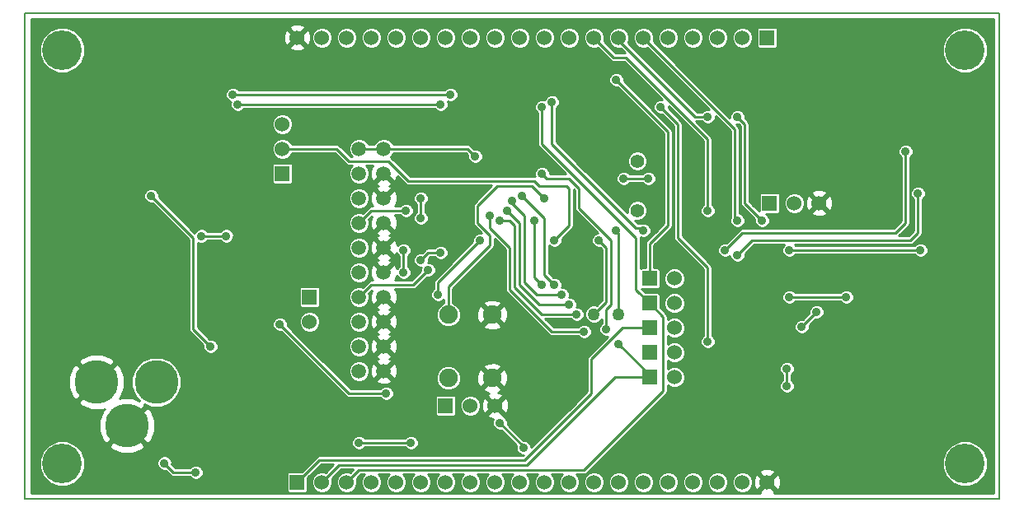
<source format=gbl>
G04 (created by PCBNEW (2012-nov-02)-testing) date Thu 10 Jan 2013 08:49:02 AM EST*
%MOIN*%
G04 Gerber Fmt 3.4, Leading zero omitted, Abs format*
%FSLAX34Y34*%
G01*
G70*
G90*
G04 APERTURE LIST*
%ADD10C,0.006*%
%ADD11C,0.00590551*%
%ADD12R,0.06X0.06*%
%ADD13C,0.06*%
%ADD14C,0.056*%
%ADD15C,0.0593*%
%ADD16C,0.0748031*%
%ADD17C,0.05*%
%ADD18C,0.1771*%
%ADD19C,0.16*%
%ADD20C,0.035*%
%ADD21C,0.01*%
G04 APERTURE END LIST*
G54D10*
G54D11*
X39370Y-59055D02*
X39370Y-39370D01*
X78740Y-59055D02*
X39370Y-59055D01*
X78740Y-39370D02*
X78740Y-59055D01*
X39370Y-39370D02*
X78740Y-39370D01*
G54D12*
X50370Y-58370D03*
G54D13*
X51370Y-58370D03*
X52370Y-58370D03*
X53370Y-58370D03*
X54370Y-58370D03*
X55370Y-58370D03*
X56370Y-58370D03*
X57370Y-58370D03*
X58370Y-58370D03*
X59370Y-58370D03*
X60370Y-58370D03*
X61370Y-58370D03*
X62370Y-58370D03*
X63370Y-58370D03*
X64370Y-58370D03*
X65370Y-58370D03*
X66370Y-58370D03*
X67370Y-58370D03*
X68370Y-58370D03*
X69370Y-58370D03*
G54D12*
X69370Y-40370D03*
G54D13*
X68370Y-40370D03*
X67370Y-40370D03*
X66370Y-40370D03*
X65370Y-40370D03*
X64370Y-40370D03*
X63370Y-40370D03*
X62370Y-40370D03*
X61370Y-40370D03*
X60370Y-40370D03*
X59370Y-40370D03*
X58370Y-40370D03*
X57370Y-40370D03*
X56370Y-40370D03*
X55370Y-40370D03*
X54370Y-40370D03*
X53370Y-40370D03*
X52370Y-40370D03*
X51370Y-40370D03*
X50370Y-40370D03*
G54D14*
X64120Y-45370D03*
X64120Y-47370D03*
G54D15*
X52870Y-44870D03*
X53870Y-44870D03*
X52870Y-45870D03*
X53870Y-45870D03*
X52870Y-46870D03*
X53870Y-46870D03*
X52870Y-47870D03*
X53870Y-47870D03*
X52870Y-48870D03*
X53870Y-48870D03*
X52870Y-49870D03*
X53870Y-49870D03*
X52870Y-50870D03*
X53870Y-50870D03*
X52870Y-51870D03*
X53870Y-51870D03*
X52870Y-52870D03*
X53870Y-52870D03*
X52870Y-53870D03*
X53870Y-53870D03*
G54D16*
X58255Y-51590D03*
X58255Y-54149D03*
X56484Y-51590D03*
X56484Y-54149D03*
G54D12*
X50870Y-50870D03*
G54D13*
X50870Y-51870D03*
G54D12*
X64620Y-53120D03*
G54D13*
X65620Y-53120D03*
G54D12*
X64620Y-54120D03*
G54D13*
X65620Y-54120D03*
G54D12*
X64620Y-50120D03*
G54D13*
X65620Y-50120D03*
G54D12*
X64620Y-52120D03*
G54D13*
X65620Y-52120D03*
G54D12*
X64620Y-51120D03*
G54D13*
X65620Y-51120D03*
G54D17*
X62370Y-51570D03*
X63370Y-51570D03*
G54D12*
X49770Y-45870D03*
G54D13*
X49770Y-44870D03*
X49770Y-43870D03*
G54D12*
X56370Y-55270D03*
G54D13*
X57370Y-55270D03*
X58370Y-55270D03*
G54D12*
X69470Y-47070D03*
G54D13*
X70470Y-47070D03*
X71470Y-47070D03*
G54D18*
X44673Y-54316D03*
X43492Y-56088D03*
X42264Y-54316D03*
G54D19*
X40870Y-40870D03*
X77370Y-57620D03*
X77370Y-40870D03*
X40870Y-57620D03*
G54D20*
X52870Y-56770D03*
X54970Y-56770D03*
X64570Y-46070D03*
X63570Y-46070D03*
X56070Y-50770D03*
X57770Y-48570D03*
X57570Y-45170D03*
X47500Y-48400D03*
X46500Y-48400D03*
X74370Y-47670D03*
X75870Y-47870D03*
X69670Y-47770D03*
X49270Y-48370D03*
X47270Y-45570D03*
X70870Y-42770D03*
X70870Y-44370D03*
X43570Y-50470D03*
X45870Y-56270D03*
X49070Y-57170D03*
X68970Y-55770D03*
X71470Y-55770D03*
X77370Y-44870D03*
X77470Y-46170D03*
X63270Y-46670D03*
X44470Y-42170D03*
X62370Y-49570D03*
X55970Y-48270D03*
X58270Y-50670D03*
X67170Y-48970D03*
X69070Y-46270D03*
X44570Y-50570D03*
X40770Y-50170D03*
X41970Y-45570D03*
X46170Y-44670D03*
X55370Y-46870D03*
X55370Y-47670D03*
X56170Y-49070D03*
X55370Y-49370D03*
X55670Y-49770D03*
X54770Y-47370D03*
X69170Y-47770D03*
X66970Y-43570D03*
X68170Y-43570D03*
X75570Y-48970D03*
X70270Y-48970D03*
X66970Y-47370D03*
X67670Y-48970D03*
X74970Y-44970D03*
X60770Y-50370D03*
X59470Y-46770D03*
X56570Y-42670D03*
X47770Y-42670D03*
X56170Y-43070D03*
X47970Y-43070D03*
X62570Y-48570D03*
X58170Y-47570D03*
X61970Y-52270D03*
X59970Y-47770D03*
X60270Y-50370D03*
X63270Y-48170D03*
X58570Y-55970D03*
X59520Y-56970D03*
X72570Y-50870D03*
X70270Y-50870D03*
X70170Y-53770D03*
X70170Y-54470D03*
X71370Y-51470D03*
X70770Y-52070D03*
X61670Y-51570D03*
X58570Y-47770D03*
X58870Y-47370D03*
X61370Y-51170D03*
X44470Y-46770D03*
X46870Y-52870D03*
X59070Y-46970D03*
X61070Y-50770D03*
X68170Y-47770D03*
X75470Y-46670D03*
X68170Y-49170D03*
X60770Y-48570D03*
X45000Y-57600D03*
X46270Y-57970D03*
X60270Y-43170D03*
X54670Y-48970D03*
X54670Y-49870D03*
X49670Y-51970D03*
X53970Y-54770D03*
X60370Y-46870D03*
X60670Y-42970D03*
X64370Y-48170D03*
X63270Y-42070D03*
X66970Y-52670D03*
X65070Y-43170D03*
X60270Y-45870D03*
X63370Y-52770D03*
X62870Y-52170D03*
G54D21*
X54970Y-56770D02*
X52870Y-56770D01*
X63570Y-46070D02*
X64570Y-46070D01*
X56070Y-50270D02*
X56070Y-50770D01*
X57770Y-48570D02*
X56070Y-50270D01*
X57270Y-44870D02*
X53870Y-44870D01*
X57570Y-45170D02*
X57270Y-44870D01*
X53870Y-44870D02*
X52870Y-44870D01*
X46500Y-48400D02*
X47500Y-48400D01*
X46170Y-44670D02*
X46170Y-44570D01*
X55370Y-46870D02*
X55370Y-47670D01*
X55670Y-49070D02*
X56170Y-49070D01*
X55370Y-49370D02*
X55670Y-49070D01*
X53370Y-50370D02*
X52870Y-50870D01*
X55070Y-50370D02*
X53370Y-50370D01*
X55670Y-49770D02*
X55070Y-50370D01*
X53370Y-47370D02*
X52870Y-47870D01*
X54770Y-47370D02*
X53370Y-47370D01*
X68470Y-45270D02*
X68470Y-43870D01*
X69170Y-47770D02*
X68470Y-47070D01*
X68470Y-47070D02*
X68470Y-45270D01*
X63370Y-40470D02*
X63370Y-40370D01*
X66470Y-43570D02*
X63370Y-40470D01*
X66970Y-43570D02*
X66470Y-43570D01*
X68470Y-43870D02*
X68170Y-43570D01*
X70270Y-48970D02*
X75570Y-48970D01*
X63170Y-41170D02*
X62370Y-40370D01*
X63670Y-41170D02*
X63170Y-41170D01*
X66970Y-44470D02*
X63670Y-41170D01*
X66970Y-47370D02*
X66970Y-44470D01*
X68370Y-48270D02*
X67670Y-48970D01*
X74570Y-48270D02*
X68370Y-48270D01*
X74970Y-47870D02*
X74570Y-48270D01*
X74970Y-44970D02*
X74970Y-47870D01*
X59970Y-47270D02*
X60370Y-47670D01*
X60770Y-50370D02*
X60370Y-49970D01*
X60370Y-49970D02*
X60370Y-47670D01*
X59470Y-46770D02*
X59970Y-47270D01*
X47770Y-42670D02*
X56570Y-42670D01*
X56170Y-43070D02*
X47970Y-43070D01*
X47970Y-43070D02*
X47970Y-43070D01*
X62870Y-51070D02*
X62370Y-51570D01*
X62870Y-48870D02*
X62870Y-51070D01*
X62570Y-48570D02*
X62870Y-48870D01*
X58170Y-47570D02*
X58170Y-48070D01*
X58170Y-48070D02*
X58970Y-48870D01*
X58970Y-48870D02*
X58970Y-50570D01*
X58970Y-50570D02*
X60670Y-52270D01*
X60670Y-52270D02*
X61970Y-52270D01*
X59970Y-50070D02*
X59970Y-47770D01*
X60270Y-50370D02*
X59970Y-50070D01*
X63370Y-48270D02*
X63370Y-51570D01*
X63270Y-48170D02*
X63370Y-48270D01*
X59520Y-56970D02*
X59520Y-56920D01*
X59520Y-56920D02*
X58570Y-55970D01*
X70270Y-50870D02*
X72570Y-50870D01*
X70170Y-54470D02*
X70170Y-53770D01*
X70770Y-52070D02*
X71370Y-51470D01*
X59170Y-49970D02*
X59170Y-50470D01*
X60270Y-51570D02*
X59170Y-50470D01*
X61670Y-51570D02*
X60270Y-51570D01*
X58970Y-47770D02*
X58570Y-47770D01*
X59170Y-47970D02*
X58970Y-47770D01*
X59170Y-49970D02*
X59170Y-47970D01*
X59370Y-47870D02*
X58870Y-47370D01*
X59370Y-50370D02*
X59370Y-47870D01*
X60170Y-51170D02*
X59370Y-50370D01*
X60270Y-51170D02*
X60170Y-51170D01*
X61370Y-51170D02*
X60270Y-51170D01*
X46170Y-48470D02*
X44470Y-46770D01*
X46170Y-52170D02*
X46170Y-48470D01*
X46870Y-52870D02*
X46170Y-52170D01*
X59070Y-46970D02*
X59070Y-47070D01*
X61070Y-50770D02*
X60070Y-50770D01*
X60070Y-50770D02*
X59570Y-50270D01*
X59570Y-50270D02*
X59570Y-47570D01*
X59070Y-47070D02*
X59570Y-47570D01*
X68070Y-44070D02*
X64370Y-40370D01*
X68070Y-47670D02*
X68070Y-44070D01*
X68170Y-47770D02*
X68070Y-47670D01*
X74870Y-48570D02*
X75170Y-48570D01*
X75470Y-48270D02*
X75170Y-48570D01*
X75470Y-47770D02*
X75470Y-48270D01*
X75470Y-46670D02*
X75470Y-47770D01*
X68770Y-48570D02*
X68170Y-49170D01*
X74870Y-48570D02*
X68770Y-48570D01*
X59970Y-46170D02*
X60170Y-46370D01*
X60170Y-46370D02*
X61270Y-46370D01*
X59570Y-46170D02*
X59970Y-46170D01*
X61370Y-47970D02*
X60770Y-48570D01*
X61370Y-46470D02*
X61370Y-47970D01*
X61270Y-46370D02*
X61370Y-46470D01*
X51970Y-44870D02*
X52470Y-45370D01*
X52470Y-45370D02*
X54070Y-45370D01*
X54070Y-45370D02*
X54870Y-46170D01*
X54870Y-46170D02*
X59570Y-46170D01*
X51970Y-44870D02*
X49770Y-44870D01*
X45000Y-57600D02*
X45370Y-57970D01*
X45370Y-57970D02*
X46270Y-57970D01*
X64620Y-51120D02*
X64170Y-50670D01*
X60270Y-44670D02*
X60270Y-43170D01*
X64070Y-48470D02*
X60270Y-44670D01*
X64070Y-50570D02*
X64070Y-48470D01*
X64170Y-50670D02*
X64070Y-50570D01*
X59570Y-57870D02*
X61970Y-57870D01*
X52870Y-57870D02*
X59570Y-57870D01*
X52370Y-58370D02*
X52870Y-57870D01*
X65170Y-51670D02*
X64620Y-51120D01*
X65170Y-54670D02*
X65170Y-51670D01*
X61970Y-57870D02*
X65170Y-54670D01*
X54670Y-49870D02*
X54670Y-48970D01*
X52470Y-54770D02*
X49670Y-51970D01*
X53970Y-54770D02*
X52470Y-54770D01*
X56484Y-50455D02*
X56484Y-51590D01*
X58170Y-48770D02*
X56484Y-50455D01*
X58170Y-48370D02*
X58170Y-48770D01*
X57670Y-47870D02*
X58170Y-48370D01*
X57670Y-47170D02*
X57670Y-47870D01*
X58470Y-46370D02*
X57670Y-47170D01*
X59870Y-46370D02*
X58470Y-46370D01*
X60370Y-46870D02*
X59870Y-46370D01*
X63570Y-52120D02*
X63520Y-52120D01*
X63520Y-52120D02*
X62270Y-53370D01*
X60670Y-44670D02*
X60670Y-42970D01*
X64070Y-48070D02*
X60670Y-44670D01*
X64270Y-48070D02*
X64070Y-48070D01*
X64370Y-48170D02*
X64270Y-48070D01*
X59570Y-57470D02*
X61670Y-55370D01*
X51270Y-57470D02*
X59570Y-57470D01*
X50370Y-58370D02*
X51270Y-57470D01*
X62270Y-54770D02*
X62270Y-53370D01*
X61670Y-55370D02*
X62270Y-54770D01*
X63570Y-52120D02*
X64620Y-52120D01*
X63270Y-42070D02*
X64770Y-43570D01*
X64620Y-48720D02*
X65370Y-47970D01*
X65370Y-47970D02*
X65370Y-44170D01*
X65370Y-44170D02*
X64770Y-43570D01*
X64620Y-48720D02*
X64620Y-50120D01*
X65770Y-48470D02*
X65770Y-43870D01*
X66970Y-49670D02*
X65770Y-48470D01*
X66970Y-52670D02*
X66970Y-49670D01*
X65070Y-43170D02*
X65770Y-43870D01*
X62870Y-51770D02*
X62870Y-52170D01*
X61770Y-47270D02*
X63070Y-48570D01*
X63070Y-48570D02*
X63070Y-51170D01*
X63070Y-51170D02*
X62870Y-51370D01*
X62870Y-51370D02*
X62870Y-51770D01*
X61770Y-46470D02*
X61770Y-46670D01*
X61370Y-46070D02*
X61770Y-46470D01*
X60470Y-46070D02*
X61370Y-46070D01*
X60270Y-45870D02*
X60470Y-46070D01*
X61770Y-46670D02*
X61770Y-47270D01*
X64620Y-54020D02*
X64620Y-54120D01*
X63370Y-52770D02*
X64620Y-54020D01*
X59470Y-57670D02*
X59670Y-57670D01*
X63220Y-54120D02*
X64620Y-54120D01*
X59670Y-57670D02*
X63220Y-54120D01*
X51370Y-58370D02*
X52070Y-57670D01*
X52070Y-57670D02*
X59470Y-57670D01*
X59470Y-57670D02*
X59570Y-57670D01*
G54D10*
G36*
X78520Y-58820D02*
X78300Y-58820D01*
X78300Y-57435D01*
X78300Y-40685D01*
X78158Y-40343D01*
X77897Y-40082D01*
X77555Y-39940D01*
X77185Y-39939D01*
X76843Y-40081D01*
X76582Y-40342D01*
X76440Y-40684D01*
X76439Y-41054D01*
X76581Y-41396D01*
X76842Y-41658D01*
X77184Y-41799D01*
X77554Y-41800D01*
X77896Y-41658D01*
X78158Y-41397D01*
X78299Y-41055D01*
X78300Y-40685D01*
X78300Y-57435D01*
X78158Y-57093D01*
X77897Y-56832D01*
X77555Y-56690D01*
X77185Y-56689D01*
X76843Y-56831D01*
X76582Y-57092D01*
X76440Y-57434D01*
X76439Y-57804D01*
X76581Y-58146D01*
X76842Y-58408D01*
X77184Y-58549D01*
X77554Y-58550D01*
X77896Y-58408D01*
X78158Y-58147D01*
X78299Y-57805D01*
X78300Y-57435D01*
X78300Y-58820D01*
X75875Y-58820D01*
X75875Y-48909D01*
X75828Y-48797D01*
X75743Y-48711D01*
X75631Y-48665D01*
X75509Y-48665D01*
X75397Y-48711D01*
X75318Y-48790D01*
X70521Y-48790D01*
X70481Y-48750D01*
X74870Y-48750D01*
X75170Y-48750D01*
X75238Y-48736D01*
X75297Y-48697D01*
X75597Y-48397D01*
X75597Y-48397D01*
X75612Y-48373D01*
X75636Y-48338D01*
X75636Y-48338D01*
X75650Y-48270D01*
X75650Y-48270D01*
X75650Y-47770D01*
X75650Y-46921D01*
X75728Y-46843D01*
X75775Y-46731D01*
X75775Y-46609D01*
X75728Y-46497D01*
X75643Y-46411D01*
X75531Y-46365D01*
X75409Y-46365D01*
X75297Y-46411D01*
X75211Y-46497D01*
X75165Y-46609D01*
X75165Y-46730D01*
X75211Y-46842D01*
X75290Y-46921D01*
X75290Y-47770D01*
X75290Y-48195D01*
X75095Y-48390D01*
X74870Y-48390D01*
X74704Y-48390D01*
X75097Y-47997D01*
X75097Y-47997D01*
X75123Y-47958D01*
X75136Y-47938D01*
X75136Y-47938D01*
X75150Y-47870D01*
X75150Y-47870D01*
X75150Y-45221D01*
X75228Y-45143D01*
X75275Y-45031D01*
X75275Y-44909D01*
X75228Y-44797D01*
X75143Y-44711D01*
X75031Y-44665D01*
X74909Y-44665D01*
X74797Y-44711D01*
X74711Y-44797D01*
X74665Y-44909D01*
X74665Y-45030D01*
X74711Y-45142D01*
X74790Y-45221D01*
X74790Y-47795D01*
X74495Y-48090D01*
X72024Y-48090D01*
X72024Y-47151D01*
X72013Y-46933D01*
X71951Y-46782D01*
X71855Y-46754D01*
X71785Y-46825D01*
X71785Y-46684D01*
X71757Y-46588D01*
X71551Y-46515D01*
X71333Y-46526D01*
X71182Y-46588D01*
X71154Y-46684D01*
X71470Y-46999D01*
X71785Y-46684D01*
X71785Y-46825D01*
X71540Y-47070D01*
X71855Y-47385D01*
X71951Y-47357D01*
X72024Y-47151D01*
X72024Y-48090D01*
X71785Y-48090D01*
X71785Y-47455D01*
X71470Y-47140D01*
X71399Y-47211D01*
X71399Y-47070D01*
X71084Y-46754D01*
X70988Y-46782D01*
X70915Y-46988D01*
X70926Y-47206D01*
X70988Y-47357D01*
X71084Y-47385D01*
X71399Y-47070D01*
X71399Y-47211D01*
X71154Y-47455D01*
X71182Y-47551D01*
X71388Y-47624D01*
X71606Y-47613D01*
X71757Y-47551D01*
X71785Y-47455D01*
X71785Y-48090D01*
X70900Y-48090D01*
X70900Y-46984D01*
X70834Y-46826D01*
X70713Y-46705D01*
X70555Y-46640D01*
X70384Y-46640D01*
X70226Y-46705D01*
X70105Y-46826D01*
X70040Y-46984D01*
X70040Y-47155D01*
X70105Y-47313D01*
X70226Y-47434D01*
X70384Y-47500D01*
X70555Y-47500D01*
X70713Y-47434D01*
X70834Y-47313D01*
X70900Y-47155D01*
X70900Y-46984D01*
X70900Y-48090D01*
X69900Y-48090D01*
X69900Y-47344D01*
X69900Y-46744D01*
X69880Y-46696D01*
X69843Y-46659D01*
X69800Y-46641D01*
X69800Y-40644D01*
X69800Y-40044D01*
X69780Y-39996D01*
X69743Y-39959D01*
X69696Y-39940D01*
X69644Y-39940D01*
X69044Y-39940D01*
X68996Y-39959D01*
X68959Y-39996D01*
X68940Y-40044D01*
X68940Y-40095D01*
X68940Y-40695D01*
X68959Y-40743D01*
X68996Y-40780D01*
X69044Y-40800D01*
X69095Y-40800D01*
X69695Y-40800D01*
X69743Y-40780D01*
X69780Y-40743D01*
X69800Y-40696D01*
X69800Y-40644D01*
X69800Y-46641D01*
X69796Y-46640D01*
X69744Y-46640D01*
X69144Y-46640D01*
X69096Y-46659D01*
X69059Y-46696D01*
X69040Y-46744D01*
X69040Y-46795D01*
X69040Y-47385D01*
X68800Y-47145D01*
X68800Y-40284D01*
X68734Y-40126D01*
X68613Y-40005D01*
X68455Y-39940D01*
X68284Y-39940D01*
X68126Y-40005D01*
X68005Y-40126D01*
X67940Y-40284D01*
X67940Y-40455D01*
X68005Y-40613D01*
X68126Y-40734D01*
X68284Y-40800D01*
X68455Y-40800D01*
X68613Y-40734D01*
X68734Y-40613D01*
X68800Y-40455D01*
X68800Y-40284D01*
X68800Y-47145D01*
X68650Y-46995D01*
X68650Y-45270D01*
X68650Y-43870D01*
X68650Y-43870D01*
X68636Y-43801D01*
X68612Y-43766D01*
X68597Y-43742D01*
X68597Y-43742D01*
X68475Y-43620D01*
X68475Y-43509D01*
X68428Y-43397D01*
X68343Y-43311D01*
X68231Y-43265D01*
X68109Y-43265D01*
X67997Y-43311D01*
X67911Y-43397D01*
X67865Y-43509D01*
X67865Y-43610D01*
X67800Y-43545D01*
X67800Y-40284D01*
X67734Y-40126D01*
X67613Y-40005D01*
X67455Y-39940D01*
X67284Y-39940D01*
X67126Y-40005D01*
X67005Y-40126D01*
X66940Y-40284D01*
X66940Y-40455D01*
X67005Y-40613D01*
X67126Y-40734D01*
X67284Y-40800D01*
X67455Y-40800D01*
X67613Y-40734D01*
X67734Y-40613D01*
X67800Y-40455D01*
X67800Y-40284D01*
X67800Y-43545D01*
X66800Y-42545D01*
X66800Y-40284D01*
X66734Y-40126D01*
X66613Y-40005D01*
X66455Y-39940D01*
X66284Y-39940D01*
X66126Y-40005D01*
X66005Y-40126D01*
X65940Y-40284D01*
X65940Y-40455D01*
X66005Y-40613D01*
X66126Y-40734D01*
X66284Y-40800D01*
X66455Y-40800D01*
X66613Y-40734D01*
X66734Y-40613D01*
X66800Y-40455D01*
X66800Y-40284D01*
X66800Y-42545D01*
X65800Y-41545D01*
X65800Y-40284D01*
X65734Y-40126D01*
X65613Y-40005D01*
X65455Y-39940D01*
X65284Y-39940D01*
X65126Y-40005D01*
X65005Y-40126D01*
X64940Y-40284D01*
X64940Y-40455D01*
X65005Y-40613D01*
X65126Y-40734D01*
X65284Y-40800D01*
X65455Y-40800D01*
X65613Y-40734D01*
X65734Y-40613D01*
X65800Y-40455D01*
X65800Y-40284D01*
X65800Y-41545D01*
X64773Y-40519D01*
X64800Y-40455D01*
X64800Y-40284D01*
X64734Y-40126D01*
X64613Y-40005D01*
X64455Y-39940D01*
X64284Y-39940D01*
X64126Y-40005D01*
X64005Y-40126D01*
X63940Y-40284D01*
X63940Y-40455D01*
X64005Y-40613D01*
X64126Y-40734D01*
X64284Y-40800D01*
X64455Y-40800D01*
X64519Y-40773D01*
X67010Y-43265D01*
X66909Y-43265D01*
X66797Y-43311D01*
X66718Y-43390D01*
X66544Y-43390D01*
X63744Y-40589D01*
X63800Y-40455D01*
X63800Y-40284D01*
X63734Y-40126D01*
X63613Y-40005D01*
X63455Y-39940D01*
X63284Y-39940D01*
X63126Y-40005D01*
X63005Y-40126D01*
X62940Y-40284D01*
X62940Y-40455D01*
X63005Y-40613D01*
X63126Y-40734D01*
X63284Y-40800D01*
X63445Y-40800D01*
X63635Y-40990D01*
X63244Y-40990D01*
X62773Y-40519D01*
X62800Y-40455D01*
X62800Y-40284D01*
X62734Y-40126D01*
X62613Y-40005D01*
X62455Y-39940D01*
X62284Y-39940D01*
X62126Y-40005D01*
X62005Y-40126D01*
X61940Y-40284D01*
X61940Y-40455D01*
X62005Y-40613D01*
X62126Y-40734D01*
X62284Y-40800D01*
X62455Y-40800D01*
X62519Y-40773D01*
X63042Y-41297D01*
X63042Y-41297D01*
X63081Y-41323D01*
X63101Y-41336D01*
X63101Y-41336D01*
X63170Y-41350D01*
X63170Y-41350D01*
X63595Y-41350D01*
X65110Y-42865D01*
X65009Y-42865D01*
X64897Y-42911D01*
X64811Y-42997D01*
X64765Y-43109D01*
X64765Y-43230D01*
X64811Y-43342D01*
X64897Y-43428D01*
X65009Y-43475D01*
X65120Y-43475D01*
X65590Y-43944D01*
X65590Y-48470D01*
X65603Y-48538D01*
X65642Y-48597D01*
X66790Y-49744D01*
X66790Y-52418D01*
X66711Y-52497D01*
X66665Y-52609D01*
X66665Y-52730D01*
X66711Y-52842D01*
X66797Y-52928D01*
X66909Y-52975D01*
X67030Y-52975D01*
X67142Y-52928D01*
X67228Y-52843D01*
X67275Y-52731D01*
X67275Y-52609D01*
X67228Y-52497D01*
X67150Y-52418D01*
X67150Y-49670D01*
X67150Y-49670D01*
X67136Y-49601D01*
X67136Y-49601D01*
X67123Y-49581D01*
X67097Y-49542D01*
X67097Y-49542D01*
X65950Y-48395D01*
X65950Y-43870D01*
X65950Y-43870D01*
X65936Y-43801D01*
X65897Y-43742D01*
X65897Y-43742D01*
X65375Y-43220D01*
X65375Y-43129D01*
X66790Y-44544D01*
X66790Y-47118D01*
X66711Y-47197D01*
X66665Y-47309D01*
X66665Y-47430D01*
X66711Y-47542D01*
X66797Y-47628D01*
X66909Y-47675D01*
X67030Y-47675D01*
X67142Y-47628D01*
X67228Y-47543D01*
X67275Y-47431D01*
X67275Y-47309D01*
X67228Y-47197D01*
X67150Y-47118D01*
X67150Y-44470D01*
X67136Y-44401D01*
X67097Y-44342D01*
X66504Y-43750D01*
X66718Y-43750D01*
X66797Y-43828D01*
X66909Y-43875D01*
X67030Y-43875D01*
X67142Y-43828D01*
X67228Y-43743D01*
X67275Y-43631D01*
X67275Y-43529D01*
X67890Y-44144D01*
X67890Y-47649D01*
X67865Y-47709D01*
X67865Y-47830D01*
X67911Y-47942D01*
X67997Y-48028D01*
X68109Y-48075D01*
X68230Y-48075D01*
X68342Y-48028D01*
X68428Y-47943D01*
X68475Y-47831D01*
X68475Y-47709D01*
X68428Y-47597D01*
X68343Y-47511D01*
X68250Y-47473D01*
X68250Y-44070D01*
X68236Y-44001D01*
X68197Y-43942D01*
X68129Y-43875D01*
X68220Y-43875D01*
X68290Y-43944D01*
X68290Y-45270D01*
X68290Y-47070D01*
X68303Y-47138D01*
X68342Y-47197D01*
X68865Y-47719D01*
X68865Y-47830D01*
X68911Y-47942D01*
X68997Y-48028D01*
X69109Y-48075D01*
X69230Y-48075D01*
X69342Y-48028D01*
X69428Y-47943D01*
X69475Y-47831D01*
X69475Y-47709D01*
X69428Y-47597D01*
X69343Y-47511D01*
X69315Y-47500D01*
X69795Y-47500D01*
X69843Y-47480D01*
X69880Y-47443D01*
X69900Y-47396D01*
X69900Y-47344D01*
X69900Y-48090D01*
X68370Y-48090D01*
X68301Y-48103D01*
X68242Y-48142D01*
X67720Y-48665D01*
X67609Y-48665D01*
X67497Y-48711D01*
X67411Y-48797D01*
X67365Y-48909D01*
X67365Y-49030D01*
X67411Y-49142D01*
X67497Y-49228D01*
X67609Y-49275D01*
X67730Y-49275D01*
X67842Y-49228D01*
X67865Y-49206D01*
X67865Y-49230D01*
X67911Y-49342D01*
X67997Y-49428D01*
X68109Y-49475D01*
X68230Y-49475D01*
X68342Y-49428D01*
X68428Y-49343D01*
X68475Y-49231D01*
X68475Y-49119D01*
X68844Y-48750D01*
X70058Y-48750D01*
X70011Y-48797D01*
X69965Y-48909D01*
X69965Y-49030D01*
X70011Y-49142D01*
X70097Y-49228D01*
X70209Y-49275D01*
X70330Y-49275D01*
X70442Y-49228D01*
X70521Y-49150D01*
X75318Y-49150D01*
X75397Y-49228D01*
X75509Y-49275D01*
X75630Y-49275D01*
X75742Y-49228D01*
X75828Y-49143D01*
X75875Y-49031D01*
X75875Y-48909D01*
X75875Y-58820D01*
X72875Y-58820D01*
X72875Y-50809D01*
X72828Y-50697D01*
X72743Y-50611D01*
X72631Y-50565D01*
X72509Y-50565D01*
X72397Y-50611D01*
X72318Y-50690D01*
X70521Y-50690D01*
X70443Y-50611D01*
X70331Y-50565D01*
X70209Y-50565D01*
X70097Y-50611D01*
X70011Y-50697D01*
X69965Y-50809D01*
X69965Y-50930D01*
X70011Y-51042D01*
X70097Y-51128D01*
X70209Y-51175D01*
X70330Y-51175D01*
X70442Y-51128D01*
X70521Y-51050D01*
X72318Y-51050D01*
X72397Y-51128D01*
X72509Y-51175D01*
X72630Y-51175D01*
X72742Y-51128D01*
X72828Y-51043D01*
X72875Y-50931D01*
X72875Y-50809D01*
X72875Y-58820D01*
X71675Y-58820D01*
X71675Y-51409D01*
X71628Y-51297D01*
X71543Y-51211D01*
X71431Y-51165D01*
X71309Y-51165D01*
X71197Y-51211D01*
X71111Y-51297D01*
X71065Y-51409D01*
X71065Y-51520D01*
X70820Y-51765D01*
X70709Y-51765D01*
X70597Y-51811D01*
X70511Y-51897D01*
X70465Y-52009D01*
X70465Y-52130D01*
X70511Y-52242D01*
X70597Y-52328D01*
X70709Y-52375D01*
X70830Y-52375D01*
X70942Y-52328D01*
X71028Y-52243D01*
X71075Y-52131D01*
X71075Y-52019D01*
X71319Y-51775D01*
X71430Y-51775D01*
X71542Y-51728D01*
X71628Y-51643D01*
X71675Y-51531D01*
X71675Y-51409D01*
X71675Y-58820D01*
X70475Y-58820D01*
X70475Y-54409D01*
X70428Y-54297D01*
X70350Y-54218D01*
X70350Y-54021D01*
X70428Y-53943D01*
X70475Y-53831D01*
X70475Y-53709D01*
X70428Y-53597D01*
X70343Y-53511D01*
X70231Y-53465D01*
X70109Y-53465D01*
X69997Y-53511D01*
X69911Y-53597D01*
X69865Y-53709D01*
X69865Y-53830D01*
X69911Y-53942D01*
X69990Y-54021D01*
X69990Y-54218D01*
X69911Y-54297D01*
X69865Y-54409D01*
X69865Y-54530D01*
X69911Y-54642D01*
X69997Y-54728D01*
X70109Y-54775D01*
X70230Y-54775D01*
X70342Y-54728D01*
X70428Y-54643D01*
X70475Y-54531D01*
X70475Y-54409D01*
X70475Y-58820D01*
X69924Y-58820D01*
X69924Y-58451D01*
X69913Y-58233D01*
X69851Y-58082D01*
X69755Y-58054D01*
X69685Y-58125D01*
X69685Y-57984D01*
X69657Y-57888D01*
X69451Y-57815D01*
X69233Y-57826D01*
X69082Y-57888D01*
X69054Y-57984D01*
X69370Y-58299D01*
X69685Y-57984D01*
X69685Y-58125D01*
X69440Y-58370D01*
X69755Y-58685D01*
X69851Y-58657D01*
X69924Y-58451D01*
X69924Y-58820D01*
X69666Y-58820D01*
X69685Y-58755D01*
X69370Y-58440D01*
X69299Y-58511D01*
X69299Y-58370D01*
X68984Y-58054D01*
X68888Y-58082D01*
X68815Y-58288D01*
X68826Y-58506D01*
X68888Y-58657D01*
X68984Y-58685D01*
X69299Y-58370D01*
X69299Y-58511D01*
X69054Y-58755D01*
X69073Y-58820D01*
X68800Y-58820D01*
X68800Y-58284D01*
X68734Y-58126D01*
X68613Y-58005D01*
X68455Y-57940D01*
X68284Y-57940D01*
X68126Y-58005D01*
X68005Y-58126D01*
X67940Y-58284D01*
X67940Y-58455D01*
X68005Y-58613D01*
X68126Y-58734D01*
X68284Y-58800D01*
X68455Y-58800D01*
X68613Y-58734D01*
X68734Y-58613D01*
X68800Y-58455D01*
X68800Y-58284D01*
X68800Y-58820D01*
X67800Y-58820D01*
X67800Y-58284D01*
X67734Y-58126D01*
X67613Y-58005D01*
X67455Y-57940D01*
X67284Y-57940D01*
X67126Y-58005D01*
X67005Y-58126D01*
X66940Y-58284D01*
X66940Y-58455D01*
X67005Y-58613D01*
X67126Y-58734D01*
X67284Y-58800D01*
X67455Y-58800D01*
X67613Y-58734D01*
X67734Y-58613D01*
X67800Y-58455D01*
X67800Y-58284D01*
X67800Y-58820D01*
X66800Y-58820D01*
X66800Y-58284D01*
X66734Y-58126D01*
X66613Y-58005D01*
X66455Y-57940D01*
X66284Y-57940D01*
X66126Y-58005D01*
X66050Y-58081D01*
X66050Y-54034D01*
X65984Y-53876D01*
X65863Y-53755D01*
X65705Y-53690D01*
X65534Y-53690D01*
X65376Y-53755D01*
X65350Y-53782D01*
X65350Y-53458D01*
X65376Y-53484D01*
X65534Y-53550D01*
X65705Y-53550D01*
X65863Y-53484D01*
X65984Y-53363D01*
X66050Y-53205D01*
X66050Y-53034D01*
X65984Y-52876D01*
X65863Y-52755D01*
X65705Y-52690D01*
X65534Y-52690D01*
X65376Y-52755D01*
X65350Y-52782D01*
X65350Y-52458D01*
X65376Y-52484D01*
X65534Y-52550D01*
X65705Y-52550D01*
X65863Y-52484D01*
X65984Y-52363D01*
X66050Y-52205D01*
X66050Y-52034D01*
X66050Y-51034D01*
X66050Y-50034D01*
X65984Y-49876D01*
X65863Y-49755D01*
X65705Y-49690D01*
X65534Y-49690D01*
X65376Y-49755D01*
X65255Y-49876D01*
X65190Y-50034D01*
X65190Y-50205D01*
X65255Y-50363D01*
X65376Y-50484D01*
X65534Y-50550D01*
X65705Y-50550D01*
X65863Y-50484D01*
X65984Y-50363D01*
X66050Y-50205D01*
X66050Y-50034D01*
X66050Y-51034D01*
X65984Y-50876D01*
X65863Y-50755D01*
X65705Y-50690D01*
X65534Y-50690D01*
X65376Y-50755D01*
X65255Y-50876D01*
X65190Y-51034D01*
X65190Y-51205D01*
X65255Y-51363D01*
X65376Y-51484D01*
X65534Y-51550D01*
X65705Y-51550D01*
X65863Y-51484D01*
X65984Y-51363D01*
X66050Y-51205D01*
X66050Y-51034D01*
X66050Y-52034D01*
X65984Y-51876D01*
X65863Y-51755D01*
X65705Y-51690D01*
X65534Y-51690D01*
X65376Y-51755D01*
X65350Y-51782D01*
X65350Y-51670D01*
X65336Y-51601D01*
X65297Y-51542D01*
X65050Y-51295D01*
X65050Y-50794D01*
X65030Y-50746D01*
X64993Y-50709D01*
X64946Y-50690D01*
X64894Y-50690D01*
X64444Y-50690D01*
X64304Y-50550D01*
X64345Y-50550D01*
X64945Y-50550D01*
X64993Y-50530D01*
X65030Y-50493D01*
X65050Y-50446D01*
X65050Y-50394D01*
X65050Y-49794D01*
X65030Y-49746D01*
X64993Y-49709D01*
X64946Y-49690D01*
X64894Y-49690D01*
X64800Y-49690D01*
X64800Y-48794D01*
X65497Y-48097D01*
X65497Y-48097D01*
X65523Y-48058D01*
X65536Y-48038D01*
X65536Y-48038D01*
X65550Y-47970D01*
X65550Y-47970D01*
X65550Y-44170D01*
X65536Y-44101D01*
X65497Y-44042D01*
X65497Y-44042D01*
X64897Y-43442D01*
X64897Y-43442D01*
X64897Y-43442D01*
X63575Y-42120D01*
X63575Y-42009D01*
X63528Y-41897D01*
X63443Y-41811D01*
X63331Y-41765D01*
X63209Y-41765D01*
X63097Y-41811D01*
X63011Y-41897D01*
X62965Y-42009D01*
X62965Y-42130D01*
X63011Y-42242D01*
X63097Y-42328D01*
X63209Y-42375D01*
X63320Y-42375D01*
X64642Y-43697D01*
X64642Y-43697D01*
X64642Y-43697D01*
X65190Y-44244D01*
X65190Y-47895D01*
X64875Y-48210D01*
X64875Y-46009D01*
X64828Y-45897D01*
X64743Y-45811D01*
X64631Y-45765D01*
X64530Y-45765D01*
X64530Y-45288D01*
X64467Y-45138D01*
X64352Y-45022D01*
X64201Y-44960D01*
X64038Y-44960D01*
X63888Y-45022D01*
X63772Y-45137D01*
X63710Y-45288D01*
X63710Y-45451D01*
X63772Y-45602D01*
X63887Y-45717D01*
X64038Y-45780D01*
X64201Y-45780D01*
X64352Y-45717D01*
X64467Y-45602D01*
X64530Y-45451D01*
X64530Y-45288D01*
X64530Y-45765D01*
X64509Y-45765D01*
X64397Y-45811D01*
X64318Y-45890D01*
X63821Y-45890D01*
X63743Y-45811D01*
X63631Y-45765D01*
X63509Y-45765D01*
X63397Y-45811D01*
X63311Y-45897D01*
X63265Y-46009D01*
X63265Y-46130D01*
X63311Y-46242D01*
X63397Y-46328D01*
X63509Y-46375D01*
X63630Y-46375D01*
X63742Y-46328D01*
X63821Y-46250D01*
X64318Y-46250D01*
X64397Y-46328D01*
X64509Y-46375D01*
X64630Y-46375D01*
X64742Y-46328D01*
X64828Y-46243D01*
X64875Y-46131D01*
X64875Y-46009D01*
X64875Y-48210D01*
X64492Y-48592D01*
X64453Y-48651D01*
X64440Y-48720D01*
X64440Y-49690D01*
X64294Y-49690D01*
X64250Y-49708D01*
X64250Y-48470D01*
X64245Y-48448D01*
X64309Y-48475D01*
X64430Y-48475D01*
X64542Y-48428D01*
X64628Y-48343D01*
X64675Y-48231D01*
X64675Y-48109D01*
X64628Y-47997D01*
X64543Y-47911D01*
X64431Y-47865D01*
X64309Y-47865D01*
X64249Y-47890D01*
X64144Y-47890D01*
X64032Y-47777D01*
X64038Y-47780D01*
X64201Y-47780D01*
X64352Y-47717D01*
X64467Y-47602D01*
X64530Y-47451D01*
X64530Y-47288D01*
X64467Y-47138D01*
X64352Y-47022D01*
X64201Y-46960D01*
X64038Y-46960D01*
X63888Y-47022D01*
X63772Y-47137D01*
X63710Y-47288D01*
X63710Y-47451D01*
X63712Y-47458D01*
X61800Y-45545D01*
X61800Y-40284D01*
X61734Y-40126D01*
X61613Y-40005D01*
X61455Y-39940D01*
X61284Y-39940D01*
X61126Y-40005D01*
X61005Y-40126D01*
X60940Y-40284D01*
X60940Y-40455D01*
X61005Y-40613D01*
X61126Y-40734D01*
X61284Y-40800D01*
X61455Y-40800D01*
X61613Y-40734D01*
X61734Y-40613D01*
X61800Y-40455D01*
X61800Y-40284D01*
X61800Y-45545D01*
X60850Y-44595D01*
X60850Y-43221D01*
X60928Y-43143D01*
X60975Y-43031D01*
X60975Y-42909D01*
X60928Y-42797D01*
X60843Y-42711D01*
X60800Y-42693D01*
X60800Y-40284D01*
X60734Y-40126D01*
X60613Y-40005D01*
X60455Y-39940D01*
X60284Y-39940D01*
X60126Y-40005D01*
X60005Y-40126D01*
X59940Y-40284D01*
X59940Y-40455D01*
X60005Y-40613D01*
X60126Y-40734D01*
X60284Y-40800D01*
X60455Y-40800D01*
X60613Y-40734D01*
X60734Y-40613D01*
X60800Y-40455D01*
X60800Y-40284D01*
X60800Y-42693D01*
X60731Y-42665D01*
X60609Y-42665D01*
X60497Y-42711D01*
X60411Y-42797D01*
X60375Y-42883D01*
X60331Y-42865D01*
X60209Y-42865D01*
X60097Y-42911D01*
X60011Y-42997D01*
X59965Y-43109D01*
X59965Y-43230D01*
X60011Y-43342D01*
X60090Y-43421D01*
X60090Y-44670D01*
X60103Y-44738D01*
X60142Y-44797D01*
X61235Y-45890D01*
X60575Y-45890D01*
X60575Y-45809D01*
X60528Y-45697D01*
X60443Y-45611D01*
X60331Y-45565D01*
X60209Y-45565D01*
X60097Y-45611D01*
X60011Y-45697D01*
X59965Y-45809D01*
X59965Y-45930D01*
X59991Y-45994D01*
X59970Y-45990D01*
X59800Y-45990D01*
X59800Y-40284D01*
X59734Y-40126D01*
X59613Y-40005D01*
X59455Y-39940D01*
X59284Y-39940D01*
X59126Y-40005D01*
X59005Y-40126D01*
X58940Y-40284D01*
X58940Y-40455D01*
X59005Y-40613D01*
X59126Y-40734D01*
X59284Y-40800D01*
X59455Y-40800D01*
X59613Y-40734D01*
X59734Y-40613D01*
X59800Y-40455D01*
X59800Y-40284D01*
X59800Y-45990D01*
X59570Y-45990D01*
X58800Y-45990D01*
X58800Y-40284D01*
X58734Y-40126D01*
X58613Y-40005D01*
X58455Y-39940D01*
X58284Y-39940D01*
X58126Y-40005D01*
X58005Y-40126D01*
X57940Y-40284D01*
X57940Y-40455D01*
X58005Y-40613D01*
X58126Y-40734D01*
X58284Y-40800D01*
X58455Y-40800D01*
X58613Y-40734D01*
X58734Y-40613D01*
X58800Y-40455D01*
X58800Y-40284D01*
X58800Y-45990D01*
X54944Y-45990D01*
X54197Y-45242D01*
X54139Y-45203D01*
X54231Y-45111D01*
X54257Y-45050D01*
X57195Y-45050D01*
X57265Y-45119D01*
X57265Y-45230D01*
X57311Y-45342D01*
X57397Y-45428D01*
X57509Y-45475D01*
X57630Y-45475D01*
X57742Y-45428D01*
X57828Y-45343D01*
X57875Y-45231D01*
X57875Y-45109D01*
X57828Y-44997D01*
X57800Y-44968D01*
X57800Y-40284D01*
X57734Y-40126D01*
X57613Y-40005D01*
X57455Y-39940D01*
X57284Y-39940D01*
X57126Y-40005D01*
X57005Y-40126D01*
X56940Y-40284D01*
X56940Y-40455D01*
X57005Y-40613D01*
X57126Y-40734D01*
X57284Y-40800D01*
X57455Y-40800D01*
X57613Y-40734D01*
X57734Y-40613D01*
X57800Y-40455D01*
X57800Y-40284D01*
X57800Y-44968D01*
X57743Y-44911D01*
X57631Y-44865D01*
X57519Y-44865D01*
X57397Y-44742D01*
X57338Y-44703D01*
X57270Y-44690D01*
X56875Y-44690D01*
X56875Y-42609D01*
X56828Y-42497D01*
X56800Y-42468D01*
X56800Y-40284D01*
X56734Y-40126D01*
X56613Y-40005D01*
X56455Y-39940D01*
X56284Y-39940D01*
X56126Y-40005D01*
X56005Y-40126D01*
X55940Y-40284D01*
X55940Y-40455D01*
X56005Y-40613D01*
X56126Y-40734D01*
X56284Y-40800D01*
X56455Y-40800D01*
X56613Y-40734D01*
X56734Y-40613D01*
X56800Y-40455D01*
X56800Y-40284D01*
X56800Y-42468D01*
X56743Y-42411D01*
X56631Y-42365D01*
X56509Y-42365D01*
X56397Y-42411D01*
X56318Y-42490D01*
X55800Y-42490D01*
X55800Y-40284D01*
X55734Y-40126D01*
X55613Y-40005D01*
X55455Y-39940D01*
X55284Y-39940D01*
X55126Y-40005D01*
X55005Y-40126D01*
X54940Y-40284D01*
X54940Y-40455D01*
X55005Y-40613D01*
X55126Y-40734D01*
X55284Y-40800D01*
X55455Y-40800D01*
X55613Y-40734D01*
X55734Y-40613D01*
X55800Y-40455D01*
X55800Y-40284D01*
X55800Y-42490D01*
X54800Y-42490D01*
X54800Y-40284D01*
X54734Y-40126D01*
X54613Y-40005D01*
X54455Y-39940D01*
X54284Y-39940D01*
X54126Y-40005D01*
X54005Y-40126D01*
X53940Y-40284D01*
X53940Y-40455D01*
X54005Y-40613D01*
X54126Y-40734D01*
X54284Y-40800D01*
X54455Y-40800D01*
X54613Y-40734D01*
X54734Y-40613D01*
X54800Y-40455D01*
X54800Y-40284D01*
X54800Y-42490D01*
X53800Y-42490D01*
X53800Y-40284D01*
X53734Y-40126D01*
X53613Y-40005D01*
X53455Y-39940D01*
X53284Y-39940D01*
X53126Y-40005D01*
X53005Y-40126D01*
X52940Y-40284D01*
X52940Y-40455D01*
X53005Y-40613D01*
X53126Y-40734D01*
X53284Y-40800D01*
X53455Y-40800D01*
X53613Y-40734D01*
X53734Y-40613D01*
X53800Y-40455D01*
X53800Y-40284D01*
X53800Y-42490D01*
X52800Y-42490D01*
X52800Y-40284D01*
X52734Y-40126D01*
X52613Y-40005D01*
X52455Y-39940D01*
X52284Y-39940D01*
X52126Y-40005D01*
X52005Y-40126D01*
X51940Y-40284D01*
X51940Y-40455D01*
X52005Y-40613D01*
X52126Y-40734D01*
X52284Y-40800D01*
X52455Y-40800D01*
X52613Y-40734D01*
X52734Y-40613D01*
X52800Y-40455D01*
X52800Y-40284D01*
X52800Y-42490D01*
X51800Y-42490D01*
X51800Y-40284D01*
X51734Y-40126D01*
X51613Y-40005D01*
X51455Y-39940D01*
X51284Y-39940D01*
X51126Y-40005D01*
X51005Y-40126D01*
X50940Y-40284D01*
X50940Y-40455D01*
X51005Y-40613D01*
X51126Y-40734D01*
X51284Y-40800D01*
X51455Y-40800D01*
X51613Y-40734D01*
X51734Y-40613D01*
X51800Y-40455D01*
X51800Y-40284D01*
X51800Y-42490D01*
X50924Y-42490D01*
X50924Y-40451D01*
X50913Y-40233D01*
X50851Y-40082D01*
X50755Y-40054D01*
X50685Y-40125D01*
X50685Y-39984D01*
X50657Y-39888D01*
X50451Y-39815D01*
X50233Y-39826D01*
X50082Y-39888D01*
X50054Y-39984D01*
X50370Y-40299D01*
X50685Y-39984D01*
X50685Y-40125D01*
X50440Y-40370D01*
X50755Y-40685D01*
X50851Y-40657D01*
X50924Y-40451D01*
X50924Y-42490D01*
X50685Y-42490D01*
X50685Y-40755D01*
X50370Y-40440D01*
X50299Y-40511D01*
X50299Y-40370D01*
X49984Y-40054D01*
X49888Y-40082D01*
X49815Y-40288D01*
X49826Y-40506D01*
X49888Y-40657D01*
X49984Y-40685D01*
X50299Y-40370D01*
X50299Y-40511D01*
X50054Y-40755D01*
X50082Y-40851D01*
X50288Y-40924D01*
X50506Y-40913D01*
X50657Y-40851D01*
X50685Y-40755D01*
X50685Y-42490D01*
X48021Y-42490D01*
X47943Y-42411D01*
X47831Y-42365D01*
X47709Y-42365D01*
X47597Y-42411D01*
X47511Y-42497D01*
X47465Y-42609D01*
X47465Y-42730D01*
X47511Y-42842D01*
X47597Y-42928D01*
X47683Y-42964D01*
X47665Y-43009D01*
X47665Y-43130D01*
X47711Y-43242D01*
X47797Y-43328D01*
X47909Y-43375D01*
X48030Y-43375D01*
X48142Y-43328D01*
X48221Y-43250D01*
X55918Y-43250D01*
X55997Y-43328D01*
X56109Y-43375D01*
X56230Y-43375D01*
X56342Y-43328D01*
X56428Y-43243D01*
X56475Y-43131D01*
X56475Y-43009D01*
X56450Y-42950D01*
X56509Y-42975D01*
X56630Y-42975D01*
X56742Y-42928D01*
X56828Y-42843D01*
X56875Y-42731D01*
X56875Y-42609D01*
X56875Y-44690D01*
X54257Y-44690D01*
X54231Y-44628D01*
X54111Y-44508D01*
X53955Y-44443D01*
X53785Y-44443D01*
X53628Y-44508D01*
X53508Y-44628D01*
X53483Y-44690D01*
X53257Y-44690D01*
X53231Y-44628D01*
X53111Y-44508D01*
X52955Y-44443D01*
X52785Y-44443D01*
X52628Y-44508D01*
X52508Y-44628D01*
X52443Y-44784D01*
X52443Y-44954D01*
X52508Y-45111D01*
X52586Y-45190D01*
X52544Y-45190D01*
X52097Y-44742D01*
X52038Y-44703D01*
X51970Y-44690D01*
X50200Y-44690D01*
X50200Y-43784D01*
X50134Y-43626D01*
X50013Y-43505D01*
X49855Y-43440D01*
X49684Y-43440D01*
X49526Y-43505D01*
X49405Y-43626D01*
X49340Y-43784D01*
X49340Y-43955D01*
X49405Y-44113D01*
X49526Y-44234D01*
X49684Y-44300D01*
X49855Y-44300D01*
X50013Y-44234D01*
X50134Y-44113D01*
X50200Y-43955D01*
X50200Y-43784D01*
X50200Y-44690D01*
X50160Y-44690D01*
X50134Y-44626D01*
X50013Y-44505D01*
X49855Y-44440D01*
X49684Y-44440D01*
X49526Y-44505D01*
X49405Y-44626D01*
X49340Y-44784D01*
X49340Y-44955D01*
X49405Y-45113D01*
X49526Y-45234D01*
X49684Y-45300D01*
X49855Y-45300D01*
X50013Y-45234D01*
X50134Y-45113D01*
X50160Y-45050D01*
X51895Y-45050D01*
X52342Y-45497D01*
X52401Y-45536D01*
X52470Y-45550D01*
X52586Y-45550D01*
X52508Y-45628D01*
X52443Y-45784D01*
X52443Y-45954D01*
X52508Y-46111D01*
X52628Y-46231D01*
X52784Y-46296D01*
X52954Y-46296D01*
X53111Y-46231D01*
X53231Y-46111D01*
X53296Y-45955D01*
X53296Y-45785D01*
X53231Y-45628D01*
X53153Y-45550D01*
X53408Y-45550D01*
X53431Y-45573D01*
X53391Y-45584D01*
X53318Y-45789D01*
X53329Y-46006D01*
X53391Y-46155D01*
X53486Y-46182D01*
X53764Y-45905D01*
X53799Y-45870D01*
X53799Y-45870D01*
X53870Y-45799D01*
X53940Y-45870D01*
X53976Y-45905D01*
X54253Y-46182D01*
X54348Y-46155D01*
X54414Y-45969D01*
X54742Y-46297D01*
X54742Y-46297D01*
X54781Y-46323D01*
X54801Y-46336D01*
X54801Y-46336D01*
X54870Y-46350D01*
X54870Y-46350D01*
X58235Y-46350D01*
X57542Y-47042D01*
X57503Y-47101D01*
X57490Y-47170D01*
X57490Y-47870D01*
X57503Y-47938D01*
X57542Y-47997D01*
X57810Y-48265D01*
X57709Y-48265D01*
X57597Y-48311D01*
X57511Y-48397D01*
X57465Y-48509D01*
X57465Y-48620D01*
X56475Y-49610D01*
X56475Y-49009D01*
X56428Y-48897D01*
X56343Y-48811D01*
X56231Y-48765D01*
X56109Y-48765D01*
X55997Y-48811D01*
X55918Y-48890D01*
X55675Y-48890D01*
X55675Y-47609D01*
X55628Y-47497D01*
X55550Y-47418D01*
X55550Y-47121D01*
X55628Y-47043D01*
X55675Y-46931D01*
X55675Y-46809D01*
X55628Y-46697D01*
X55543Y-46611D01*
X55431Y-46565D01*
X55309Y-46565D01*
X55197Y-46611D01*
X55111Y-46697D01*
X55065Y-46809D01*
X55065Y-46930D01*
X55111Y-47042D01*
X55190Y-47121D01*
X55190Y-47418D01*
X55111Y-47497D01*
X55075Y-47585D01*
X55075Y-47309D01*
X55028Y-47197D01*
X54943Y-47111D01*
X54831Y-47065D01*
X54709Y-47065D01*
X54597Y-47111D01*
X54518Y-47190D01*
X54421Y-47190D01*
X54331Y-47190D01*
X54308Y-47167D01*
X54348Y-47155D01*
X54421Y-46951D01*
X54410Y-46733D01*
X54348Y-46584D01*
X54253Y-46557D01*
X54182Y-46628D01*
X54182Y-46486D01*
X54155Y-46391D01*
X54099Y-46371D01*
X54155Y-46348D01*
X54182Y-46253D01*
X53870Y-45940D01*
X53799Y-46011D01*
X53557Y-46253D01*
X53584Y-46348D01*
X53640Y-46368D01*
X53584Y-46391D01*
X53557Y-46486D01*
X53870Y-46799D01*
X54182Y-46486D01*
X54182Y-46628D01*
X53976Y-46834D01*
X53940Y-46870D01*
X53870Y-46940D01*
X53799Y-46870D01*
X53764Y-46834D01*
X53486Y-46557D01*
X53391Y-46584D01*
X53318Y-46789D01*
X53329Y-47006D01*
X53391Y-47155D01*
X53431Y-47167D01*
X53408Y-47190D01*
X53370Y-47190D01*
X53301Y-47203D01*
X53296Y-47206D01*
X53296Y-46785D01*
X53231Y-46628D01*
X53111Y-46508D01*
X52955Y-46443D01*
X52785Y-46443D01*
X52628Y-46508D01*
X52508Y-46628D01*
X52443Y-46784D01*
X52443Y-46954D01*
X52508Y-47111D01*
X52628Y-47231D01*
X52784Y-47296D01*
X52954Y-47296D01*
X53111Y-47231D01*
X53231Y-47111D01*
X53296Y-46955D01*
X53296Y-46785D01*
X53296Y-47206D01*
X53242Y-47242D01*
X53016Y-47469D01*
X52955Y-47443D01*
X52785Y-47443D01*
X52628Y-47508D01*
X52508Y-47628D01*
X52443Y-47784D01*
X52443Y-47954D01*
X52508Y-48111D01*
X52628Y-48231D01*
X52784Y-48296D01*
X52954Y-48296D01*
X53111Y-48231D01*
X53231Y-48111D01*
X53296Y-47955D01*
X53296Y-47785D01*
X53271Y-47723D01*
X53381Y-47613D01*
X53318Y-47789D01*
X53329Y-48006D01*
X53391Y-48155D01*
X53486Y-48182D01*
X53764Y-47905D01*
X53799Y-47870D01*
X53799Y-47870D01*
X53870Y-47799D01*
X53940Y-47870D01*
X53940Y-47870D01*
X53976Y-47905D01*
X54253Y-48182D01*
X54348Y-48155D01*
X54421Y-47951D01*
X54410Y-47733D01*
X54348Y-47584D01*
X54308Y-47573D01*
X54331Y-47550D01*
X54518Y-47550D01*
X54597Y-47628D01*
X54709Y-47675D01*
X54830Y-47675D01*
X54942Y-47628D01*
X55028Y-47543D01*
X55075Y-47431D01*
X55075Y-47309D01*
X55075Y-47585D01*
X55065Y-47609D01*
X55065Y-47730D01*
X55111Y-47842D01*
X55197Y-47928D01*
X55309Y-47975D01*
X55430Y-47975D01*
X55542Y-47928D01*
X55628Y-47843D01*
X55675Y-47731D01*
X55675Y-47609D01*
X55675Y-48890D01*
X55670Y-48890D01*
X55601Y-48903D01*
X55566Y-48927D01*
X55542Y-48942D01*
X55420Y-49065D01*
X55309Y-49065D01*
X55197Y-49111D01*
X55111Y-49197D01*
X55065Y-49309D01*
X55065Y-49430D01*
X55111Y-49542D01*
X55197Y-49628D01*
X55309Y-49675D01*
X55379Y-49675D01*
X55365Y-49709D01*
X55365Y-49820D01*
X54995Y-50190D01*
X54975Y-50190D01*
X54331Y-50190D01*
X54308Y-50167D01*
X54348Y-50155D01*
X54399Y-50013D01*
X54411Y-50042D01*
X54497Y-50128D01*
X54609Y-50175D01*
X54730Y-50175D01*
X54842Y-50128D01*
X54928Y-50043D01*
X54975Y-49931D01*
X54975Y-49809D01*
X54928Y-49697D01*
X54850Y-49618D01*
X54850Y-49221D01*
X54928Y-49143D01*
X54975Y-49031D01*
X54975Y-48909D01*
X54928Y-48797D01*
X54843Y-48711D01*
X54731Y-48665D01*
X54609Y-48665D01*
X54497Y-48711D01*
X54421Y-48787D01*
X54413Y-48795D01*
X54410Y-48733D01*
X54348Y-48584D01*
X54253Y-48557D01*
X54182Y-48628D01*
X54182Y-48486D01*
X54155Y-48391D01*
X54099Y-48371D01*
X54155Y-48348D01*
X54182Y-48253D01*
X53870Y-47940D01*
X53557Y-48253D01*
X53584Y-48348D01*
X53640Y-48368D01*
X53584Y-48391D01*
X53557Y-48486D01*
X53870Y-48799D01*
X54182Y-48486D01*
X54182Y-48628D01*
X53940Y-48870D01*
X54253Y-49182D01*
X54348Y-49155D01*
X54380Y-49066D01*
X54411Y-49142D01*
X54490Y-49221D01*
X54490Y-49618D01*
X54411Y-49697D01*
X54403Y-49717D01*
X54348Y-49584D01*
X54253Y-49557D01*
X54182Y-49628D01*
X54182Y-49486D01*
X54155Y-49391D01*
X54099Y-49371D01*
X54155Y-49348D01*
X54182Y-49253D01*
X53870Y-48940D01*
X53799Y-49011D01*
X53799Y-48870D01*
X53486Y-48557D01*
X53391Y-48584D01*
X53318Y-48789D01*
X53329Y-49006D01*
X53391Y-49155D01*
X53486Y-49182D01*
X53799Y-48870D01*
X53799Y-49011D01*
X53557Y-49253D01*
X53584Y-49348D01*
X53640Y-49368D01*
X53584Y-49391D01*
X53557Y-49486D01*
X53870Y-49799D01*
X54182Y-49486D01*
X54182Y-49628D01*
X53976Y-49834D01*
X53940Y-49870D01*
X53870Y-49940D01*
X53799Y-49870D01*
X53764Y-49834D01*
X53486Y-49557D01*
X53391Y-49584D01*
X53318Y-49789D01*
X53329Y-50006D01*
X53391Y-50155D01*
X53431Y-50167D01*
X53408Y-50190D01*
X53370Y-50190D01*
X53301Y-50203D01*
X53296Y-50206D01*
X53296Y-49785D01*
X53296Y-48785D01*
X53231Y-48628D01*
X53111Y-48508D01*
X52955Y-48443D01*
X52785Y-48443D01*
X52628Y-48508D01*
X52508Y-48628D01*
X52443Y-48784D01*
X52443Y-48954D01*
X52508Y-49111D01*
X52628Y-49231D01*
X52784Y-49296D01*
X52954Y-49296D01*
X53111Y-49231D01*
X53231Y-49111D01*
X53296Y-48955D01*
X53296Y-48785D01*
X53296Y-49785D01*
X53231Y-49628D01*
X53111Y-49508D01*
X52955Y-49443D01*
X52785Y-49443D01*
X52628Y-49508D01*
X52508Y-49628D01*
X52443Y-49784D01*
X52443Y-49954D01*
X52508Y-50111D01*
X52628Y-50231D01*
X52784Y-50296D01*
X52954Y-50296D01*
X53111Y-50231D01*
X53231Y-50111D01*
X53296Y-49955D01*
X53296Y-49785D01*
X53296Y-50206D01*
X53242Y-50242D01*
X53016Y-50469D01*
X52955Y-50443D01*
X52785Y-50443D01*
X52628Y-50508D01*
X52508Y-50628D01*
X52443Y-50784D01*
X52443Y-50954D01*
X52508Y-51111D01*
X52628Y-51231D01*
X52784Y-51296D01*
X52954Y-51296D01*
X53111Y-51231D01*
X53231Y-51111D01*
X53296Y-50955D01*
X53296Y-50785D01*
X53271Y-50723D01*
X53381Y-50613D01*
X53318Y-50789D01*
X53329Y-51006D01*
X53391Y-51155D01*
X53486Y-51182D01*
X53764Y-50905D01*
X53799Y-50870D01*
X53799Y-50870D01*
X53870Y-50799D01*
X53940Y-50870D01*
X53940Y-50870D01*
X53976Y-50905D01*
X54253Y-51182D01*
X54348Y-51155D01*
X54421Y-50951D01*
X54410Y-50733D01*
X54348Y-50584D01*
X54308Y-50573D01*
X54331Y-50550D01*
X55070Y-50550D01*
X55138Y-50536D01*
X55197Y-50497D01*
X55619Y-50075D01*
X55730Y-50075D01*
X55842Y-50028D01*
X55928Y-49943D01*
X55975Y-49831D01*
X55975Y-49709D01*
X55928Y-49597D01*
X55843Y-49511D01*
X55731Y-49465D01*
X55660Y-49465D01*
X55675Y-49431D01*
X55675Y-49319D01*
X55744Y-49250D01*
X55918Y-49250D01*
X55997Y-49328D01*
X56109Y-49375D01*
X56230Y-49375D01*
X56342Y-49328D01*
X56428Y-49243D01*
X56475Y-49131D01*
X56475Y-49009D01*
X56475Y-49610D01*
X55942Y-50142D01*
X55903Y-50201D01*
X55890Y-50270D01*
X55890Y-50518D01*
X55811Y-50597D01*
X55765Y-50709D01*
X55765Y-50830D01*
X55811Y-50942D01*
X55897Y-51028D01*
X56009Y-51075D01*
X56130Y-51075D01*
X56242Y-51028D01*
X56304Y-50967D01*
X56304Y-51119D01*
X56199Y-51163D01*
X56057Y-51304D01*
X55980Y-51489D01*
X55980Y-51690D01*
X56056Y-51875D01*
X56198Y-52017D01*
X56383Y-52094D01*
X56584Y-52094D01*
X56769Y-52018D01*
X56911Y-51876D01*
X56988Y-51691D01*
X56988Y-51490D01*
X56911Y-51305D01*
X56770Y-51163D01*
X56664Y-51119D01*
X56664Y-50530D01*
X58297Y-48897D01*
X58297Y-48897D01*
X58336Y-48838D01*
X58350Y-48770D01*
X58350Y-48770D01*
X58350Y-48504D01*
X58790Y-48944D01*
X58790Y-50570D01*
X58803Y-50638D01*
X58842Y-50697D01*
X60542Y-52397D01*
X60601Y-52436D01*
X60670Y-52450D01*
X61718Y-52450D01*
X61797Y-52528D01*
X61909Y-52575D01*
X62030Y-52575D01*
X62142Y-52528D01*
X62228Y-52443D01*
X62275Y-52331D01*
X62275Y-52209D01*
X62228Y-52097D01*
X62143Y-52011D01*
X62031Y-51965D01*
X61909Y-51965D01*
X61797Y-52011D01*
X61718Y-52090D01*
X60744Y-52090D01*
X60404Y-51750D01*
X61418Y-51750D01*
X61497Y-51828D01*
X61609Y-51875D01*
X61730Y-51875D01*
X61842Y-51828D01*
X61928Y-51743D01*
X61975Y-51631D01*
X61975Y-51509D01*
X61928Y-51397D01*
X61843Y-51311D01*
X61731Y-51265D01*
X61660Y-51265D01*
X61675Y-51231D01*
X61675Y-51109D01*
X61628Y-50997D01*
X61543Y-50911D01*
X61431Y-50865D01*
X61360Y-50865D01*
X61375Y-50831D01*
X61375Y-50709D01*
X61328Y-50597D01*
X61243Y-50511D01*
X61131Y-50465D01*
X61060Y-50465D01*
X61075Y-50431D01*
X61075Y-50309D01*
X61028Y-50197D01*
X60943Y-50111D01*
X60831Y-50065D01*
X60719Y-50065D01*
X60550Y-49895D01*
X60550Y-48781D01*
X60597Y-48828D01*
X60709Y-48875D01*
X60830Y-48875D01*
X60942Y-48828D01*
X61028Y-48743D01*
X61075Y-48631D01*
X61075Y-48519D01*
X61497Y-48097D01*
X61497Y-48097D01*
X61536Y-48038D01*
X61550Y-47970D01*
X61550Y-47970D01*
X61550Y-46504D01*
X61590Y-46544D01*
X61590Y-46670D01*
X61590Y-47270D01*
X61603Y-47338D01*
X61642Y-47397D01*
X62510Y-48265D01*
X62509Y-48265D01*
X62397Y-48311D01*
X62311Y-48397D01*
X62265Y-48509D01*
X62265Y-48630D01*
X62311Y-48742D01*
X62397Y-48828D01*
X62509Y-48875D01*
X62620Y-48875D01*
X62690Y-48944D01*
X62690Y-50995D01*
X62480Y-51204D01*
X62445Y-51190D01*
X62294Y-51190D01*
X62155Y-51247D01*
X62048Y-51354D01*
X61990Y-51494D01*
X61990Y-51645D01*
X62047Y-51785D01*
X62154Y-51892D01*
X62294Y-51950D01*
X62445Y-51950D01*
X62585Y-51892D01*
X62690Y-51787D01*
X62690Y-51918D01*
X62611Y-51997D01*
X62565Y-52109D01*
X62565Y-52230D01*
X62611Y-52342D01*
X62697Y-52428D01*
X62809Y-52475D01*
X62910Y-52475D01*
X62142Y-53242D01*
X62103Y-53301D01*
X62090Y-53370D01*
X62090Y-54695D01*
X61542Y-55242D01*
X59825Y-56960D01*
X59825Y-56909D01*
X59778Y-56797D01*
X59693Y-56711D01*
X59581Y-56665D01*
X59519Y-56665D01*
X58924Y-56070D01*
X58924Y-55351D01*
X58913Y-55133D01*
X58884Y-55061D01*
X58884Y-54249D01*
X58884Y-51690D01*
X58874Y-51441D01*
X58798Y-51258D01*
X58695Y-51221D01*
X58624Y-51292D01*
X58624Y-51151D01*
X58588Y-51048D01*
X58355Y-50962D01*
X58107Y-50971D01*
X57923Y-51048D01*
X57887Y-51151D01*
X58255Y-51519D01*
X58624Y-51151D01*
X58624Y-51292D01*
X58326Y-51590D01*
X58695Y-51959D01*
X58798Y-51922D01*
X58884Y-51690D01*
X58884Y-54249D01*
X58874Y-54000D01*
X58798Y-53817D01*
X58695Y-53780D01*
X58624Y-53851D01*
X58624Y-53710D01*
X58624Y-52030D01*
X58255Y-51661D01*
X58185Y-51731D01*
X58185Y-51590D01*
X57816Y-51221D01*
X57713Y-51258D01*
X57627Y-51491D01*
X57637Y-51739D01*
X57713Y-51922D01*
X57816Y-51959D01*
X58185Y-51590D01*
X58185Y-51731D01*
X57887Y-52030D01*
X57923Y-52133D01*
X58156Y-52218D01*
X58404Y-52209D01*
X58588Y-52133D01*
X58624Y-52030D01*
X58624Y-53710D01*
X58588Y-53607D01*
X58355Y-53521D01*
X58107Y-53530D01*
X57923Y-53607D01*
X57887Y-53710D01*
X58255Y-54078D01*
X58624Y-53710D01*
X58624Y-53851D01*
X58326Y-54149D01*
X58695Y-54518D01*
X58798Y-54481D01*
X58884Y-54249D01*
X58884Y-55061D01*
X58851Y-54982D01*
X58755Y-54954D01*
X58685Y-55025D01*
X58685Y-54884D01*
X58657Y-54788D01*
X58495Y-54730D01*
X58588Y-54692D01*
X58624Y-54589D01*
X58255Y-54220D01*
X58185Y-54291D01*
X58185Y-54149D01*
X57816Y-53780D01*
X57713Y-53817D01*
X57627Y-54050D01*
X57637Y-54298D01*
X57713Y-54481D01*
X57816Y-54518D01*
X58185Y-54149D01*
X58185Y-54291D01*
X57887Y-54589D01*
X57923Y-54692D01*
X58130Y-54768D01*
X58082Y-54788D01*
X58054Y-54884D01*
X58370Y-55199D01*
X58685Y-54884D01*
X58685Y-55025D01*
X58440Y-55270D01*
X58755Y-55585D01*
X58851Y-55557D01*
X58924Y-55351D01*
X58924Y-56070D01*
X58875Y-56020D01*
X58875Y-55909D01*
X58828Y-55797D01*
X58743Y-55711D01*
X58677Y-55684D01*
X58685Y-55655D01*
X58370Y-55340D01*
X58299Y-55411D01*
X58299Y-55270D01*
X57984Y-54954D01*
X57888Y-54982D01*
X57815Y-55188D01*
X57826Y-55406D01*
X57888Y-55557D01*
X57984Y-55585D01*
X58299Y-55270D01*
X58299Y-55411D01*
X58054Y-55655D01*
X58082Y-55751D01*
X58288Y-55824D01*
X58300Y-55824D01*
X58265Y-55909D01*
X58265Y-56030D01*
X58311Y-56142D01*
X58397Y-56228D01*
X58509Y-56275D01*
X58620Y-56275D01*
X59226Y-56881D01*
X59215Y-56909D01*
X59215Y-57030D01*
X59261Y-57142D01*
X59347Y-57228D01*
X59459Y-57275D01*
X59510Y-57275D01*
X59495Y-57290D01*
X57800Y-57290D01*
X57800Y-55184D01*
X57734Y-55026D01*
X57613Y-54905D01*
X57455Y-54840D01*
X57284Y-54840D01*
X57126Y-54905D01*
X57005Y-55026D01*
X56988Y-55068D01*
X56988Y-54049D01*
X56911Y-53864D01*
X56770Y-53722D01*
X56584Y-53645D01*
X56384Y-53645D01*
X56199Y-53722D01*
X56057Y-53863D01*
X55980Y-54048D01*
X55980Y-54249D01*
X56056Y-54434D01*
X56198Y-54576D01*
X56383Y-54653D01*
X56584Y-54653D01*
X56769Y-54577D01*
X56911Y-54435D01*
X56988Y-54250D01*
X56988Y-54049D01*
X56988Y-55068D01*
X56940Y-55184D01*
X56940Y-55355D01*
X57005Y-55513D01*
X57126Y-55634D01*
X57284Y-55700D01*
X57455Y-55700D01*
X57613Y-55634D01*
X57734Y-55513D01*
X57800Y-55355D01*
X57800Y-55184D01*
X57800Y-57290D01*
X56800Y-57290D01*
X56800Y-55544D01*
X56800Y-54944D01*
X56780Y-54896D01*
X56743Y-54859D01*
X56696Y-54840D01*
X56644Y-54840D01*
X56044Y-54840D01*
X55996Y-54859D01*
X55959Y-54896D01*
X55940Y-54944D01*
X55940Y-54995D01*
X55940Y-55595D01*
X55959Y-55643D01*
X55996Y-55680D01*
X56044Y-55700D01*
X56095Y-55700D01*
X56695Y-55700D01*
X56743Y-55680D01*
X56780Y-55643D01*
X56800Y-55596D01*
X56800Y-55544D01*
X56800Y-57290D01*
X55275Y-57290D01*
X55275Y-56709D01*
X55228Y-56597D01*
X55143Y-56511D01*
X55031Y-56465D01*
X54909Y-56465D01*
X54797Y-56511D01*
X54718Y-56590D01*
X54421Y-56590D01*
X54421Y-53951D01*
X54421Y-52951D01*
X54421Y-51951D01*
X54410Y-51733D01*
X54348Y-51584D01*
X54253Y-51557D01*
X54182Y-51628D01*
X54182Y-51486D01*
X54155Y-51391D01*
X54099Y-51371D01*
X54155Y-51348D01*
X54182Y-51253D01*
X53870Y-50940D01*
X53557Y-51253D01*
X53584Y-51348D01*
X53640Y-51368D01*
X53584Y-51391D01*
X53557Y-51486D01*
X53870Y-51799D01*
X54182Y-51486D01*
X54182Y-51628D01*
X53940Y-51870D01*
X54253Y-52182D01*
X54348Y-52155D01*
X54421Y-51951D01*
X54421Y-52951D01*
X54410Y-52733D01*
X54348Y-52584D01*
X54253Y-52557D01*
X54182Y-52628D01*
X54182Y-52486D01*
X54155Y-52391D01*
X54099Y-52371D01*
X54155Y-52348D01*
X54182Y-52253D01*
X53870Y-51940D01*
X53799Y-52011D01*
X53799Y-51870D01*
X53486Y-51557D01*
X53391Y-51584D01*
X53318Y-51789D01*
X53329Y-52006D01*
X53391Y-52155D01*
X53486Y-52182D01*
X53799Y-51870D01*
X53799Y-52011D01*
X53557Y-52253D01*
X53584Y-52348D01*
X53640Y-52368D01*
X53584Y-52391D01*
X53557Y-52486D01*
X53870Y-52799D01*
X54182Y-52486D01*
X54182Y-52628D01*
X53940Y-52870D01*
X54253Y-53182D01*
X54348Y-53155D01*
X54421Y-52951D01*
X54421Y-53951D01*
X54410Y-53733D01*
X54348Y-53584D01*
X54253Y-53557D01*
X54182Y-53628D01*
X54182Y-53486D01*
X54155Y-53391D01*
X54099Y-53371D01*
X54155Y-53348D01*
X54182Y-53253D01*
X53870Y-52940D01*
X53799Y-53011D01*
X53799Y-52870D01*
X53486Y-52557D01*
X53391Y-52584D01*
X53318Y-52789D01*
X53329Y-53006D01*
X53391Y-53155D01*
X53486Y-53182D01*
X53799Y-52870D01*
X53799Y-53011D01*
X53557Y-53253D01*
X53584Y-53348D01*
X53640Y-53368D01*
X53584Y-53391D01*
X53557Y-53486D01*
X53870Y-53799D01*
X54182Y-53486D01*
X54182Y-53628D01*
X53940Y-53870D01*
X54253Y-54182D01*
X54348Y-54155D01*
X54421Y-53951D01*
X54421Y-56590D01*
X54275Y-56590D01*
X54275Y-54709D01*
X54228Y-54597D01*
X54182Y-54551D01*
X54182Y-54253D01*
X53870Y-53940D01*
X53799Y-54011D01*
X53799Y-53870D01*
X53486Y-53557D01*
X53391Y-53584D01*
X53318Y-53789D01*
X53329Y-54006D01*
X53391Y-54155D01*
X53486Y-54182D01*
X53799Y-53870D01*
X53799Y-54011D01*
X53557Y-54253D01*
X53584Y-54348D01*
X53789Y-54421D01*
X54006Y-54410D01*
X54155Y-54348D01*
X54182Y-54253D01*
X54182Y-54551D01*
X54143Y-54511D01*
X54031Y-54465D01*
X53909Y-54465D01*
X53797Y-54511D01*
X53718Y-54590D01*
X53296Y-54590D01*
X53296Y-53785D01*
X53296Y-52785D01*
X53296Y-51785D01*
X53231Y-51628D01*
X53111Y-51508D01*
X52955Y-51443D01*
X52785Y-51443D01*
X52628Y-51508D01*
X52508Y-51628D01*
X52443Y-51784D01*
X52443Y-51954D01*
X52508Y-52111D01*
X52628Y-52231D01*
X52784Y-52296D01*
X52954Y-52296D01*
X53111Y-52231D01*
X53231Y-52111D01*
X53296Y-51955D01*
X53296Y-51785D01*
X53296Y-52785D01*
X53231Y-52628D01*
X53111Y-52508D01*
X52955Y-52443D01*
X52785Y-52443D01*
X52628Y-52508D01*
X52508Y-52628D01*
X52443Y-52784D01*
X52443Y-52954D01*
X52508Y-53111D01*
X52628Y-53231D01*
X52784Y-53296D01*
X52954Y-53296D01*
X53111Y-53231D01*
X53231Y-53111D01*
X53296Y-52955D01*
X53296Y-52785D01*
X53296Y-53785D01*
X53231Y-53628D01*
X53111Y-53508D01*
X52955Y-53443D01*
X52785Y-53443D01*
X52628Y-53508D01*
X52508Y-53628D01*
X52443Y-53784D01*
X52443Y-53954D01*
X52508Y-54111D01*
X52628Y-54231D01*
X52784Y-54296D01*
X52954Y-54296D01*
X53111Y-54231D01*
X53231Y-54111D01*
X53296Y-53955D01*
X53296Y-53785D01*
X53296Y-54590D01*
X52544Y-54590D01*
X51300Y-53345D01*
X51300Y-51784D01*
X51300Y-51784D01*
X51300Y-51144D01*
X51300Y-50544D01*
X51280Y-50496D01*
X51243Y-50459D01*
X51196Y-50440D01*
X51144Y-50440D01*
X50544Y-50440D01*
X50496Y-50459D01*
X50459Y-50496D01*
X50440Y-50544D01*
X50440Y-50595D01*
X50440Y-51195D01*
X50459Y-51243D01*
X50496Y-51280D01*
X50544Y-51300D01*
X50595Y-51300D01*
X51195Y-51300D01*
X51243Y-51280D01*
X51280Y-51243D01*
X51300Y-51196D01*
X51300Y-51144D01*
X51300Y-51784D01*
X51234Y-51626D01*
X51113Y-51505D01*
X50955Y-51440D01*
X50784Y-51440D01*
X50626Y-51505D01*
X50505Y-51626D01*
X50440Y-51784D01*
X50440Y-51955D01*
X50505Y-52113D01*
X50626Y-52234D01*
X50784Y-52300D01*
X50955Y-52300D01*
X51113Y-52234D01*
X51234Y-52113D01*
X51300Y-51955D01*
X51300Y-51784D01*
X51300Y-53345D01*
X50200Y-52245D01*
X50200Y-46144D01*
X50200Y-45544D01*
X50180Y-45496D01*
X50143Y-45459D01*
X50096Y-45440D01*
X50044Y-45440D01*
X49444Y-45440D01*
X49396Y-45459D01*
X49359Y-45496D01*
X49340Y-45544D01*
X49340Y-45595D01*
X49340Y-46195D01*
X49359Y-46243D01*
X49396Y-46280D01*
X49444Y-46300D01*
X49495Y-46300D01*
X50095Y-46300D01*
X50143Y-46280D01*
X50180Y-46243D01*
X50200Y-46196D01*
X50200Y-46144D01*
X50200Y-52245D01*
X49975Y-52020D01*
X49975Y-51909D01*
X49928Y-51797D01*
X49843Y-51711D01*
X49731Y-51665D01*
X49609Y-51665D01*
X49497Y-51711D01*
X49411Y-51797D01*
X49365Y-51909D01*
X49365Y-52030D01*
X49411Y-52142D01*
X49497Y-52228D01*
X49609Y-52275D01*
X49720Y-52275D01*
X52342Y-54897D01*
X52342Y-54897D01*
X52381Y-54923D01*
X52401Y-54936D01*
X52401Y-54936D01*
X52470Y-54950D01*
X52470Y-54950D01*
X53718Y-54950D01*
X53797Y-55028D01*
X53909Y-55075D01*
X54030Y-55075D01*
X54142Y-55028D01*
X54228Y-54943D01*
X54275Y-54831D01*
X54275Y-54709D01*
X54275Y-56590D01*
X53121Y-56590D01*
X53043Y-56511D01*
X52931Y-56465D01*
X52809Y-56465D01*
X52697Y-56511D01*
X52611Y-56597D01*
X52565Y-56709D01*
X52565Y-56830D01*
X52611Y-56942D01*
X52697Y-57028D01*
X52809Y-57075D01*
X52930Y-57075D01*
X53042Y-57028D01*
X53121Y-56950D01*
X54718Y-56950D01*
X54797Y-57028D01*
X54909Y-57075D01*
X55030Y-57075D01*
X55142Y-57028D01*
X55228Y-56943D01*
X55275Y-56831D01*
X55275Y-56709D01*
X55275Y-57290D01*
X51270Y-57290D01*
X51201Y-57303D01*
X51142Y-57342D01*
X50545Y-57940D01*
X50044Y-57940D01*
X49996Y-57959D01*
X49959Y-57996D01*
X49940Y-58044D01*
X49940Y-58095D01*
X49940Y-58695D01*
X49959Y-58743D01*
X49996Y-58780D01*
X50044Y-58800D01*
X50095Y-58800D01*
X50695Y-58800D01*
X50743Y-58780D01*
X50780Y-58743D01*
X50800Y-58696D01*
X50800Y-58644D01*
X50800Y-58194D01*
X51344Y-57650D01*
X51835Y-57650D01*
X51519Y-57966D01*
X51455Y-57940D01*
X51284Y-57940D01*
X51126Y-58005D01*
X51005Y-58126D01*
X50940Y-58284D01*
X50940Y-58455D01*
X51005Y-58613D01*
X51126Y-58734D01*
X51284Y-58800D01*
X51455Y-58800D01*
X51613Y-58734D01*
X51734Y-58613D01*
X51800Y-58455D01*
X51800Y-58284D01*
X51773Y-58220D01*
X52144Y-57850D01*
X52635Y-57850D01*
X52519Y-57966D01*
X52455Y-57940D01*
X52284Y-57940D01*
X52126Y-58005D01*
X52005Y-58126D01*
X51940Y-58284D01*
X51940Y-58455D01*
X52005Y-58613D01*
X52126Y-58734D01*
X52284Y-58800D01*
X52455Y-58800D01*
X52613Y-58734D01*
X52734Y-58613D01*
X52800Y-58455D01*
X52800Y-58284D01*
X52773Y-58220D01*
X52944Y-58050D01*
X53081Y-58050D01*
X53005Y-58126D01*
X52940Y-58284D01*
X52940Y-58455D01*
X53005Y-58613D01*
X53126Y-58734D01*
X53284Y-58800D01*
X53455Y-58800D01*
X53613Y-58734D01*
X53734Y-58613D01*
X53800Y-58455D01*
X53800Y-58284D01*
X53734Y-58126D01*
X53658Y-58050D01*
X54081Y-58050D01*
X54005Y-58126D01*
X53940Y-58284D01*
X53940Y-58455D01*
X54005Y-58613D01*
X54126Y-58734D01*
X54284Y-58800D01*
X54455Y-58800D01*
X54613Y-58734D01*
X54734Y-58613D01*
X54800Y-58455D01*
X54800Y-58284D01*
X54734Y-58126D01*
X54658Y-58050D01*
X55081Y-58050D01*
X55005Y-58126D01*
X54940Y-58284D01*
X54940Y-58455D01*
X55005Y-58613D01*
X55126Y-58734D01*
X55284Y-58800D01*
X55455Y-58800D01*
X55613Y-58734D01*
X55734Y-58613D01*
X55800Y-58455D01*
X55800Y-58284D01*
X55734Y-58126D01*
X55658Y-58050D01*
X56081Y-58050D01*
X56005Y-58126D01*
X55940Y-58284D01*
X55940Y-58455D01*
X56005Y-58613D01*
X56126Y-58734D01*
X56284Y-58800D01*
X56455Y-58800D01*
X56613Y-58734D01*
X56734Y-58613D01*
X56800Y-58455D01*
X56800Y-58284D01*
X56734Y-58126D01*
X56658Y-58050D01*
X57081Y-58050D01*
X57005Y-58126D01*
X56940Y-58284D01*
X56940Y-58455D01*
X57005Y-58613D01*
X57126Y-58734D01*
X57284Y-58800D01*
X57455Y-58800D01*
X57613Y-58734D01*
X57734Y-58613D01*
X57800Y-58455D01*
X57800Y-58284D01*
X57734Y-58126D01*
X57658Y-58050D01*
X58081Y-58050D01*
X58005Y-58126D01*
X57940Y-58284D01*
X57940Y-58455D01*
X58005Y-58613D01*
X58126Y-58734D01*
X58284Y-58800D01*
X58455Y-58800D01*
X58613Y-58734D01*
X58734Y-58613D01*
X58800Y-58455D01*
X58800Y-58284D01*
X58734Y-58126D01*
X58658Y-58050D01*
X59081Y-58050D01*
X59005Y-58126D01*
X58940Y-58284D01*
X58940Y-58455D01*
X59005Y-58613D01*
X59126Y-58734D01*
X59284Y-58800D01*
X59455Y-58800D01*
X59613Y-58734D01*
X59734Y-58613D01*
X59800Y-58455D01*
X59800Y-58284D01*
X59734Y-58126D01*
X59658Y-58050D01*
X60081Y-58050D01*
X60005Y-58126D01*
X59940Y-58284D01*
X59940Y-58455D01*
X60005Y-58613D01*
X60126Y-58734D01*
X60284Y-58800D01*
X60455Y-58800D01*
X60613Y-58734D01*
X60734Y-58613D01*
X60800Y-58455D01*
X60800Y-58284D01*
X60734Y-58126D01*
X60658Y-58050D01*
X61081Y-58050D01*
X61005Y-58126D01*
X60940Y-58284D01*
X60940Y-58455D01*
X61005Y-58613D01*
X61126Y-58734D01*
X61284Y-58800D01*
X61455Y-58800D01*
X61613Y-58734D01*
X61734Y-58613D01*
X61800Y-58455D01*
X61800Y-58284D01*
X61734Y-58126D01*
X61658Y-58050D01*
X61970Y-58050D01*
X62038Y-58036D01*
X62097Y-57997D01*
X65297Y-54797D01*
X65297Y-54797D01*
X65323Y-54758D01*
X65336Y-54738D01*
X65336Y-54738D01*
X65350Y-54670D01*
X65350Y-54670D01*
X65350Y-54458D01*
X65376Y-54484D01*
X65534Y-54550D01*
X65705Y-54550D01*
X65863Y-54484D01*
X65984Y-54363D01*
X66050Y-54205D01*
X66050Y-54034D01*
X66050Y-58081D01*
X66005Y-58126D01*
X65940Y-58284D01*
X65940Y-58455D01*
X66005Y-58613D01*
X66126Y-58734D01*
X66284Y-58800D01*
X66455Y-58800D01*
X66613Y-58734D01*
X66734Y-58613D01*
X66800Y-58455D01*
X66800Y-58284D01*
X66800Y-58820D01*
X65800Y-58820D01*
X65800Y-58284D01*
X65734Y-58126D01*
X65613Y-58005D01*
X65455Y-57940D01*
X65284Y-57940D01*
X65126Y-58005D01*
X65005Y-58126D01*
X64940Y-58284D01*
X64940Y-58455D01*
X65005Y-58613D01*
X65126Y-58734D01*
X65284Y-58800D01*
X65455Y-58800D01*
X65613Y-58734D01*
X65734Y-58613D01*
X65800Y-58455D01*
X65800Y-58284D01*
X65800Y-58820D01*
X64800Y-58820D01*
X64800Y-58284D01*
X64734Y-58126D01*
X64613Y-58005D01*
X64455Y-57940D01*
X64284Y-57940D01*
X64126Y-58005D01*
X64005Y-58126D01*
X63940Y-58284D01*
X63940Y-58455D01*
X64005Y-58613D01*
X64126Y-58734D01*
X64284Y-58800D01*
X64455Y-58800D01*
X64613Y-58734D01*
X64734Y-58613D01*
X64800Y-58455D01*
X64800Y-58284D01*
X64800Y-58820D01*
X63800Y-58820D01*
X63800Y-58284D01*
X63734Y-58126D01*
X63613Y-58005D01*
X63455Y-57940D01*
X63284Y-57940D01*
X63126Y-58005D01*
X63005Y-58126D01*
X62940Y-58284D01*
X62940Y-58455D01*
X63005Y-58613D01*
X63126Y-58734D01*
X63284Y-58800D01*
X63455Y-58800D01*
X63613Y-58734D01*
X63734Y-58613D01*
X63800Y-58455D01*
X63800Y-58284D01*
X63800Y-58820D01*
X62800Y-58820D01*
X62800Y-58284D01*
X62734Y-58126D01*
X62613Y-58005D01*
X62455Y-57940D01*
X62284Y-57940D01*
X62126Y-58005D01*
X62005Y-58126D01*
X61940Y-58284D01*
X61940Y-58455D01*
X62005Y-58613D01*
X62126Y-58734D01*
X62284Y-58800D01*
X62455Y-58800D01*
X62613Y-58734D01*
X62734Y-58613D01*
X62800Y-58455D01*
X62800Y-58284D01*
X62800Y-58820D01*
X47805Y-58820D01*
X47805Y-48339D01*
X47758Y-48227D01*
X47672Y-48141D01*
X47560Y-48095D01*
X47439Y-48094D01*
X47327Y-48141D01*
X47248Y-48220D01*
X46751Y-48220D01*
X46672Y-48141D01*
X46560Y-48095D01*
X46439Y-48094D01*
X46327Y-48141D01*
X46241Y-48227D01*
X46223Y-48269D01*
X44775Y-46820D01*
X44775Y-46709D01*
X44728Y-46597D01*
X44643Y-46511D01*
X44531Y-46465D01*
X44409Y-46465D01*
X44297Y-46511D01*
X44211Y-46597D01*
X44165Y-46709D01*
X44165Y-46830D01*
X44211Y-46942D01*
X44297Y-47028D01*
X44409Y-47075D01*
X44520Y-47075D01*
X45990Y-48544D01*
X45990Y-52170D01*
X46003Y-52238D01*
X46042Y-52297D01*
X46565Y-52819D01*
X46565Y-52930D01*
X46611Y-53042D01*
X46697Y-53128D01*
X46809Y-53175D01*
X46930Y-53175D01*
X47042Y-53128D01*
X47128Y-53043D01*
X47175Y-52931D01*
X47175Y-52809D01*
X47128Y-52697D01*
X47043Y-52611D01*
X46931Y-52565D01*
X46819Y-52565D01*
X46350Y-52095D01*
X46350Y-48667D01*
X46439Y-48704D01*
X46560Y-48705D01*
X46672Y-48658D01*
X46751Y-48580D01*
X47248Y-48580D01*
X47327Y-48658D01*
X47439Y-48704D01*
X47560Y-48705D01*
X47672Y-48658D01*
X47758Y-48572D01*
X47804Y-48460D01*
X47805Y-48339D01*
X47805Y-58820D01*
X46575Y-58820D01*
X46575Y-57909D01*
X46528Y-57797D01*
X46443Y-57711D01*
X46331Y-57665D01*
X46209Y-57665D01*
X46097Y-57711D01*
X46018Y-57790D01*
X45688Y-57790D01*
X45688Y-54114D01*
X45534Y-53741D01*
X45249Y-53455D01*
X44875Y-53300D01*
X44471Y-53300D01*
X44098Y-53454D01*
X43812Y-53740D01*
X43657Y-54113D01*
X43657Y-54517D01*
X43811Y-54890D01*
X43982Y-55062D01*
X43713Y-54951D01*
X43261Y-54953D01*
X43176Y-54988D01*
X43229Y-54955D01*
X43400Y-54537D01*
X43398Y-54085D01*
X43229Y-53676D01*
X43073Y-53577D01*
X43002Y-53648D01*
X43002Y-53507D01*
X42903Y-53350D01*
X42485Y-53179D01*
X42033Y-53181D01*
X41800Y-53278D01*
X41800Y-40685D01*
X41658Y-40343D01*
X41397Y-40082D01*
X41055Y-39940D01*
X40685Y-39939D01*
X40343Y-40081D01*
X40082Y-40342D01*
X39940Y-40684D01*
X39939Y-41054D01*
X40081Y-41396D01*
X40342Y-41658D01*
X40684Y-41799D01*
X41054Y-41800D01*
X41396Y-41658D01*
X41658Y-41397D01*
X41799Y-41055D01*
X41800Y-40685D01*
X41800Y-53278D01*
X41624Y-53350D01*
X41525Y-53507D01*
X42264Y-54245D01*
X43002Y-53507D01*
X43002Y-53648D01*
X42370Y-54280D01*
X42334Y-54316D01*
X42264Y-54386D01*
X42228Y-54422D01*
X42193Y-54457D01*
X42193Y-54316D01*
X41455Y-53577D01*
X41298Y-53676D01*
X41127Y-54094D01*
X41129Y-54546D01*
X41298Y-54955D01*
X41455Y-55054D01*
X42193Y-54316D01*
X42193Y-54457D01*
X41525Y-55125D01*
X41624Y-55281D01*
X42042Y-55452D01*
X42494Y-55450D01*
X42579Y-55415D01*
X42526Y-55448D01*
X42355Y-55866D01*
X42357Y-56318D01*
X42526Y-56727D01*
X42683Y-56826D01*
X43386Y-56123D01*
X43386Y-56123D01*
X43421Y-56088D01*
X43421Y-56088D01*
X43492Y-56017D01*
X43492Y-56017D01*
X43492Y-56017D01*
X43527Y-55982D01*
X43527Y-55982D01*
X44230Y-55279D01*
X44189Y-55214D01*
X44470Y-55331D01*
X44874Y-55331D01*
X45247Y-55177D01*
X45533Y-54892D01*
X45688Y-54518D01*
X45688Y-54114D01*
X45688Y-57790D01*
X45444Y-57790D01*
X45304Y-57650D01*
X45305Y-57539D01*
X45258Y-57427D01*
X45172Y-57341D01*
X45060Y-57295D01*
X44939Y-57294D01*
X44827Y-57341D01*
X44741Y-57427D01*
X44695Y-57539D01*
X44694Y-57660D01*
X44741Y-57772D01*
X44827Y-57858D01*
X44939Y-57904D01*
X45050Y-57905D01*
X45242Y-58097D01*
X45242Y-58097D01*
X45266Y-58112D01*
X45301Y-58136D01*
X45370Y-58150D01*
X45370Y-58150D01*
X46018Y-58150D01*
X46097Y-58228D01*
X46209Y-58275D01*
X46330Y-58275D01*
X46442Y-58228D01*
X46528Y-58143D01*
X46575Y-58031D01*
X46575Y-57909D01*
X46575Y-58820D01*
X44628Y-58820D01*
X44628Y-56309D01*
X44626Y-55857D01*
X44457Y-55448D01*
X44301Y-55349D01*
X43562Y-56088D01*
X44301Y-56826D01*
X44457Y-56727D01*
X44628Y-56309D01*
X44628Y-58820D01*
X44230Y-58820D01*
X44230Y-56897D01*
X43492Y-56158D01*
X42753Y-56897D01*
X42852Y-57053D01*
X43270Y-57224D01*
X43722Y-57222D01*
X44131Y-57053D01*
X44230Y-56897D01*
X44230Y-58820D01*
X41800Y-58820D01*
X41800Y-57435D01*
X41658Y-57093D01*
X41397Y-56832D01*
X41055Y-56690D01*
X40685Y-56689D01*
X40343Y-56831D01*
X40082Y-57092D01*
X39940Y-57434D01*
X39939Y-57804D01*
X40081Y-58146D01*
X40342Y-58408D01*
X40684Y-58549D01*
X41054Y-58550D01*
X41396Y-58408D01*
X41658Y-58147D01*
X41799Y-57805D01*
X41800Y-57435D01*
X41800Y-58820D01*
X39620Y-58820D01*
X39620Y-39620D01*
X78520Y-39620D01*
X78520Y-58820D01*
X78520Y-58820D01*
G37*
G54D21*
X78520Y-58820D02*
X78300Y-58820D01*
X78300Y-57435D01*
X78300Y-40685D01*
X78158Y-40343D01*
X77897Y-40082D01*
X77555Y-39940D01*
X77185Y-39939D01*
X76843Y-40081D01*
X76582Y-40342D01*
X76440Y-40684D01*
X76439Y-41054D01*
X76581Y-41396D01*
X76842Y-41658D01*
X77184Y-41799D01*
X77554Y-41800D01*
X77896Y-41658D01*
X78158Y-41397D01*
X78299Y-41055D01*
X78300Y-40685D01*
X78300Y-57435D01*
X78158Y-57093D01*
X77897Y-56832D01*
X77555Y-56690D01*
X77185Y-56689D01*
X76843Y-56831D01*
X76582Y-57092D01*
X76440Y-57434D01*
X76439Y-57804D01*
X76581Y-58146D01*
X76842Y-58408D01*
X77184Y-58549D01*
X77554Y-58550D01*
X77896Y-58408D01*
X78158Y-58147D01*
X78299Y-57805D01*
X78300Y-57435D01*
X78300Y-58820D01*
X75875Y-58820D01*
X75875Y-48909D01*
X75828Y-48797D01*
X75743Y-48711D01*
X75631Y-48665D01*
X75509Y-48665D01*
X75397Y-48711D01*
X75318Y-48790D01*
X70521Y-48790D01*
X70481Y-48750D01*
X74870Y-48750D01*
X75170Y-48750D01*
X75238Y-48736D01*
X75297Y-48697D01*
X75597Y-48397D01*
X75597Y-48397D01*
X75612Y-48373D01*
X75636Y-48338D01*
X75636Y-48338D01*
X75650Y-48270D01*
X75650Y-48270D01*
X75650Y-47770D01*
X75650Y-46921D01*
X75728Y-46843D01*
X75775Y-46731D01*
X75775Y-46609D01*
X75728Y-46497D01*
X75643Y-46411D01*
X75531Y-46365D01*
X75409Y-46365D01*
X75297Y-46411D01*
X75211Y-46497D01*
X75165Y-46609D01*
X75165Y-46730D01*
X75211Y-46842D01*
X75290Y-46921D01*
X75290Y-47770D01*
X75290Y-48195D01*
X75095Y-48390D01*
X74870Y-48390D01*
X74704Y-48390D01*
X75097Y-47997D01*
X75097Y-47997D01*
X75123Y-47958D01*
X75136Y-47938D01*
X75136Y-47938D01*
X75150Y-47870D01*
X75150Y-47870D01*
X75150Y-45221D01*
X75228Y-45143D01*
X75275Y-45031D01*
X75275Y-44909D01*
X75228Y-44797D01*
X75143Y-44711D01*
X75031Y-44665D01*
X74909Y-44665D01*
X74797Y-44711D01*
X74711Y-44797D01*
X74665Y-44909D01*
X74665Y-45030D01*
X74711Y-45142D01*
X74790Y-45221D01*
X74790Y-47795D01*
X74495Y-48090D01*
X72024Y-48090D01*
X72024Y-47151D01*
X72013Y-46933D01*
X71951Y-46782D01*
X71855Y-46754D01*
X71785Y-46825D01*
X71785Y-46684D01*
X71757Y-46588D01*
X71551Y-46515D01*
X71333Y-46526D01*
X71182Y-46588D01*
X71154Y-46684D01*
X71470Y-46999D01*
X71785Y-46684D01*
X71785Y-46825D01*
X71540Y-47070D01*
X71855Y-47385D01*
X71951Y-47357D01*
X72024Y-47151D01*
X72024Y-48090D01*
X71785Y-48090D01*
X71785Y-47455D01*
X71470Y-47140D01*
X71399Y-47211D01*
X71399Y-47070D01*
X71084Y-46754D01*
X70988Y-46782D01*
X70915Y-46988D01*
X70926Y-47206D01*
X70988Y-47357D01*
X71084Y-47385D01*
X71399Y-47070D01*
X71399Y-47211D01*
X71154Y-47455D01*
X71182Y-47551D01*
X71388Y-47624D01*
X71606Y-47613D01*
X71757Y-47551D01*
X71785Y-47455D01*
X71785Y-48090D01*
X70900Y-48090D01*
X70900Y-46984D01*
X70834Y-46826D01*
X70713Y-46705D01*
X70555Y-46640D01*
X70384Y-46640D01*
X70226Y-46705D01*
X70105Y-46826D01*
X70040Y-46984D01*
X70040Y-47155D01*
X70105Y-47313D01*
X70226Y-47434D01*
X70384Y-47500D01*
X70555Y-47500D01*
X70713Y-47434D01*
X70834Y-47313D01*
X70900Y-47155D01*
X70900Y-46984D01*
X70900Y-48090D01*
X69900Y-48090D01*
X69900Y-47344D01*
X69900Y-46744D01*
X69880Y-46696D01*
X69843Y-46659D01*
X69800Y-46641D01*
X69800Y-40644D01*
X69800Y-40044D01*
X69780Y-39996D01*
X69743Y-39959D01*
X69696Y-39940D01*
X69644Y-39940D01*
X69044Y-39940D01*
X68996Y-39959D01*
X68959Y-39996D01*
X68940Y-40044D01*
X68940Y-40095D01*
X68940Y-40695D01*
X68959Y-40743D01*
X68996Y-40780D01*
X69044Y-40800D01*
X69095Y-40800D01*
X69695Y-40800D01*
X69743Y-40780D01*
X69780Y-40743D01*
X69800Y-40696D01*
X69800Y-40644D01*
X69800Y-46641D01*
X69796Y-46640D01*
X69744Y-46640D01*
X69144Y-46640D01*
X69096Y-46659D01*
X69059Y-46696D01*
X69040Y-46744D01*
X69040Y-46795D01*
X69040Y-47385D01*
X68800Y-47145D01*
X68800Y-40284D01*
X68734Y-40126D01*
X68613Y-40005D01*
X68455Y-39940D01*
X68284Y-39940D01*
X68126Y-40005D01*
X68005Y-40126D01*
X67940Y-40284D01*
X67940Y-40455D01*
X68005Y-40613D01*
X68126Y-40734D01*
X68284Y-40800D01*
X68455Y-40800D01*
X68613Y-40734D01*
X68734Y-40613D01*
X68800Y-40455D01*
X68800Y-40284D01*
X68800Y-47145D01*
X68650Y-46995D01*
X68650Y-45270D01*
X68650Y-43870D01*
X68650Y-43870D01*
X68636Y-43801D01*
X68612Y-43766D01*
X68597Y-43742D01*
X68597Y-43742D01*
X68475Y-43620D01*
X68475Y-43509D01*
X68428Y-43397D01*
X68343Y-43311D01*
X68231Y-43265D01*
X68109Y-43265D01*
X67997Y-43311D01*
X67911Y-43397D01*
X67865Y-43509D01*
X67865Y-43610D01*
X67800Y-43545D01*
X67800Y-40284D01*
X67734Y-40126D01*
X67613Y-40005D01*
X67455Y-39940D01*
X67284Y-39940D01*
X67126Y-40005D01*
X67005Y-40126D01*
X66940Y-40284D01*
X66940Y-40455D01*
X67005Y-40613D01*
X67126Y-40734D01*
X67284Y-40800D01*
X67455Y-40800D01*
X67613Y-40734D01*
X67734Y-40613D01*
X67800Y-40455D01*
X67800Y-40284D01*
X67800Y-43545D01*
X66800Y-42545D01*
X66800Y-40284D01*
X66734Y-40126D01*
X66613Y-40005D01*
X66455Y-39940D01*
X66284Y-39940D01*
X66126Y-40005D01*
X66005Y-40126D01*
X65940Y-40284D01*
X65940Y-40455D01*
X66005Y-40613D01*
X66126Y-40734D01*
X66284Y-40800D01*
X66455Y-40800D01*
X66613Y-40734D01*
X66734Y-40613D01*
X66800Y-40455D01*
X66800Y-40284D01*
X66800Y-42545D01*
X65800Y-41545D01*
X65800Y-40284D01*
X65734Y-40126D01*
X65613Y-40005D01*
X65455Y-39940D01*
X65284Y-39940D01*
X65126Y-40005D01*
X65005Y-40126D01*
X64940Y-40284D01*
X64940Y-40455D01*
X65005Y-40613D01*
X65126Y-40734D01*
X65284Y-40800D01*
X65455Y-40800D01*
X65613Y-40734D01*
X65734Y-40613D01*
X65800Y-40455D01*
X65800Y-40284D01*
X65800Y-41545D01*
X64773Y-40519D01*
X64800Y-40455D01*
X64800Y-40284D01*
X64734Y-40126D01*
X64613Y-40005D01*
X64455Y-39940D01*
X64284Y-39940D01*
X64126Y-40005D01*
X64005Y-40126D01*
X63940Y-40284D01*
X63940Y-40455D01*
X64005Y-40613D01*
X64126Y-40734D01*
X64284Y-40800D01*
X64455Y-40800D01*
X64519Y-40773D01*
X67010Y-43265D01*
X66909Y-43265D01*
X66797Y-43311D01*
X66718Y-43390D01*
X66544Y-43390D01*
X63744Y-40589D01*
X63800Y-40455D01*
X63800Y-40284D01*
X63734Y-40126D01*
X63613Y-40005D01*
X63455Y-39940D01*
X63284Y-39940D01*
X63126Y-40005D01*
X63005Y-40126D01*
X62940Y-40284D01*
X62940Y-40455D01*
X63005Y-40613D01*
X63126Y-40734D01*
X63284Y-40800D01*
X63445Y-40800D01*
X63635Y-40990D01*
X63244Y-40990D01*
X62773Y-40519D01*
X62800Y-40455D01*
X62800Y-40284D01*
X62734Y-40126D01*
X62613Y-40005D01*
X62455Y-39940D01*
X62284Y-39940D01*
X62126Y-40005D01*
X62005Y-40126D01*
X61940Y-40284D01*
X61940Y-40455D01*
X62005Y-40613D01*
X62126Y-40734D01*
X62284Y-40800D01*
X62455Y-40800D01*
X62519Y-40773D01*
X63042Y-41297D01*
X63042Y-41297D01*
X63081Y-41323D01*
X63101Y-41336D01*
X63101Y-41336D01*
X63170Y-41350D01*
X63170Y-41350D01*
X63595Y-41350D01*
X65110Y-42865D01*
X65009Y-42865D01*
X64897Y-42911D01*
X64811Y-42997D01*
X64765Y-43109D01*
X64765Y-43230D01*
X64811Y-43342D01*
X64897Y-43428D01*
X65009Y-43475D01*
X65120Y-43475D01*
X65590Y-43944D01*
X65590Y-48470D01*
X65603Y-48538D01*
X65642Y-48597D01*
X66790Y-49744D01*
X66790Y-52418D01*
X66711Y-52497D01*
X66665Y-52609D01*
X66665Y-52730D01*
X66711Y-52842D01*
X66797Y-52928D01*
X66909Y-52975D01*
X67030Y-52975D01*
X67142Y-52928D01*
X67228Y-52843D01*
X67275Y-52731D01*
X67275Y-52609D01*
X67228Y-52497D01*
X67150Y-52418D01*
X67150Y-49670D01*
X67150Y-49670D01*
X67136Y-49601D01*
X67136Y-49601D01*
X67123Y-49581D01*
X67097Y-49542D01*
X67097Y-49542D01*
X65950Y-48395D01*
X65950Y-43870D01*
X65950Y-43870D01*
X65936Y-43801D01*
X65897Y-43742D01*
X65897Y-43742D01*
X65375Y-43220D01*
X65375Y-43129D01*
X66790Y-44544D01*
X66790Y-47118D01*
X66711Y-47197D01*
X66665Y-47309D01*
X66665Y-47430D01*
X66711Y-47542D01*
X66797Y-47628D01*
X66909Y-47675D01*
X67030Y-47675D01*
X67142Y-47628D01*
X67228Y-47543D01*
X67275Y-47431D01*
X67275Y-47309D01*
X67228Y-47197D01*
X67150Y-47118D01*
X67150Y-44470D01*
X67136Y-44401D01*
X67097Y-44342D01*
X66504Y-43750D01*
X66718Y-43750D01*
X66797Y-43828D01*
X66909Y-43875D01*
X67030Y-43875D01*
X67142Y-43828D01*
X67228Y-43743D01*
X67275Y-43631D01*
X67275Y-43529D01*
X67890Y-44144D01*
X67890Y-47649D01*
X67865Y-47709D01*
X67865Y-47830D01*
X67911Y-47942D01*
X67997Y-48028D01*
X68109Y-48075D01*
X68230Y-48075D01*
X68342Y-48028D01*
X68428Y-47943D01*
X68475Y-47831D01*
X68475Y-47709D01*
X68428Y-47597D01*
X68343Y-47511D01*
X68250Y-47473D01*
X68250Y-44070D01*
X68236Y-44001D01*
X68197Y-43942D01*
X68129Y-43875D01*
X68220Y-43875D01*
X68290Y-43944D01*
X68290Y-45270D01*
X68290Y-47070D01*
X68303Y-47138D01*
X68342Y-47197D01*
X68865Y-47719D01*
X68865Y-47830D01*
X68911Y-47942D01*
X68997Y-48028D01*
X69109Y-48075D01*
X69230Y-48075D01*
X69342Y-48028D01*
X69428Y-47943D01*
X69475Y-47831D01*
X69475Y-47709D01*
X69428Y-47597D01*
X69343Y-47511D01*
X69315Y-47500D01*
X69795Y-47500D01*
X69843Y-47480D01*
X69880Y-47443D01*
X69900Y-47396D01*
X69900Y-47344D01*
X69900Y-48090D01*
X68370Y-48090D01*
X68301Y-48103D01*
X68242Y-48142D01*
X67720Y-48665D01*
X67609Y-48665D01*
X67497Y-48711D01*
X67411Y-48797D01*
X67365Y-48909D01*
X67365Y-49030D01*
X67411Y-49142D01*
X67497Y-49228D01*
X67609Y-49275D01*
X67730Y-49275D01*
X67842Y-49228D01*
X67865Y-49206D01*
X67865Y-49230D01*
X67911Y-49342D01*
X67997Y-49428D01*
X68109Y-49475D01*
X68230Y-49475D01*
X68342Y-49428D01*
X68428Y-49343D01*
X68475Y-49231D01*
X68475Y-49119D01*
X68844Y-48750D01*
X70058Y-48750D01*
X70011Y-48797D01*
X69965Y-48909D01*
X69965Y-49030D01*
X70011Y-49142D01*
X70097Y-49228D01*
X70209Y-49275D01*
X70330Y-49275D01*
X70442Y-49228D01*
X70521Y-49150D01*
X75318Y-49150D01*
X75397Y-49228D01*
X75509Y-49275D01*
X75630Y-49275D01*
X75742Y-49228D01*
X75828Y-49143D01*
X75875Y-49031D01*
X75875Y-48909D01*
X75875Y-58820D01*
X72875Y-58820D01*
X72875Y-50809D01*
X72828Y-50697D01*
X72743Y-50611D01*
X72631Y-50565D01*
X72509Y-50565D01*
X72397Y-50611D01*
X72318Y-50690D01*
X70521Y-50690D01*
X70443Y-50611D01*
X70331Y-50565D01*
X70209Y-50565D01*
X70097Y-50611D01*
X70011Y-50697D01*
X69965Y-50809D01*
X69965Y-50930D01*
X70011Y-51042D01*
X70097Y-51128D01*
X70209Y-51175D01*
X70330Y-51175D01*
X70442Y-51128D01*
X70521Y-51050D01*
X72318Y-51050D01*
X72397Y-51128D01*
X72509Y-51175D01*
X72630Y-51175D01*
X72742Y-51128D01*
X72828Y-51043D01*
X72875Y-50931D01*
X72875Y-50809D01*
X72875Y-58820D01*
X71675Y-58820D01*
X71675Y-51409D01*
X71628Y-51297D01*
X71543Y-51211D01*
X71431Y-51165D01*
X71309Y-51165D01*
X71197Y-51211D01*
X71111Y-51297D01*
X71065Y-51409D01*
X71065Y-51520D01*
X70820Y-51765D01*
X70709Y-51765D01*
X70597Y-51811D01*
X70511Y-51897D01*
X70465Y-52009D01*
X70465Y-52130D01*
X70511Y-52242D01*
X70597Y-52328D01*
X70709Y-52375D01*
X70830Y-52375D01*
X70942Y-52328D01*
X71028Y-52243D01*
X71075Y-52131D01*
X71075Y-52019D01*
X71319Y-51775D01*
X71430Y-51775D01*
X71542Y-51728D01*
X71628Y-51643D01*
X71675Y-51531D01*
X71675Y-51409D01*
X71675Y-58820D01*
X70475Y-58820D01*
X70475Y-54409D01*
X70428Y-54297D01*
X70350Y-54218D01*
X70350Y-54021D01*
X70428Y-53943D01*
X70475Y-53831D01*
X70475Y-53709D01*
X70428Y-53597D01*
X70343Y-53511D01*
X70231Y-53465D01*
X70109Y-53465D01*
X69997Y-53511D01*
X69911Y-53597D01*
X69865Y-53709D01*
X69865Y-53830D01*
X69911Y-53942D01*
X69990Y-54021D01*
X69990Y-54218D01*
X69911Y-54297D01*
X69865Y-54409D01*
X69865Y-54530D01*
X69911Y-54642D01*
X69997Y-54728D01*
X70109Y-54775D01*
X70230Y-54775D01*
X70342Y-54728D01*
X70428Y-54643D01*
X70475Y-54531D01*
X70475Y-54409D01*
X70475Y-58820D01*
X69924Y-58820D01*
X69924Y-58451D01*
X69913Y-58233D01*
X69851Y-58082D01*
X69755Y-58054D01*
X69685Y-58125D01*
X69685Y-57984D01*
X69657Y-57888D01*
X69451Y-57815D01*
X69233Y-57826D01*
X69082Y-57888D01*
X69054Y-57984D01*
X69370Y-58299D01*
X69685Y-57984D01*
X69685Y-58125D01*
X69440Y-58370D01*
X69755Y-58685D01*
X69851Y-58657D01*
X69924Y-58451D01*
X69924Y-58820D01*
X69666Y-58820D01*
X69685Y-58755D01*
X69370Y-58440D01*
X69299Y-58511D01*
X69299Y-58370D01*
X68984Y-58054D01*
X68888Y-58082D01*
X68815Y-58288D01*
X68826Y-58506D01*
X68888Y-58657D01*
X68984Y-58685D01*
X69299Y-58370D01*
X69299Y-58511D01*
X69054Y-58755D01*
X69073Y-58820D01*
X68800Y-58820D01*
X68800Y-58284D01*
X68734Y-58126D01*
X68613Y-58005D01*
X68455Y-57940D01*
X68284Y-57940D01*
X68126Y-58005D01*
X68005Y-58126D01*
X67940Y-58284D01*
X67940Y-58455D01*
X68005Y-58613D01*
X68126Y-58734D01*
X68284Y-58800D01*
X68455Y-58800D01*
X68613Y-58734D01*
X68734Y-58613D01*
X68800Y-58455D01*
X68800Y-58284D01*
X68800Y-58820D01*
X67800Y-58820D01*
X67800Y-58284D01*
X67734Y-58126D01*
X67613Y-58005D01*
X67455Y-57940D01*
X67284Y-57940D01*
X67126Y-58005D01*
X67005Y-58126D01*
X66940Y-58284D01*
X66940Y-58455D01*
X67005Y-58613D01*
X67126Y-58734D01*
X67284Y-58800D01*
X67455Y-58800D01*
X67613Y-58734D01*
X67734Y-58613D01*
X67800Y-58455D01*
X67800Y-58284D01*
X67800Y-58820D01*
X66800Y-58820D01*
X66800Y-58284D01*
X66734Y-58126D01*
X66613Y-58005D01*
X66455Y-57940D01*
X66284Y-57940D01*
X66126Y-58005D01*
X66050Y-58081D01*
X66050Y-54034D01*
X65984Y-53876D01*
X65863Y-53755D01*
X65705Y-53690D01*
X65534Y-53690D01*
X65376Y-53755D01*
X65350Y-53782D01*
X65350Y-53458D01*
X65376Y-53484D01*
X65534Y-53550D01*
X65705Y-53550D01*
X65863Y-53484D01*
X65984Y-53363D01*
X66050Y-53205D01*
X66050Y-53034D01*
X65984Y-52876D01*
X65863Y-52755D01*
X65705Y-52690D01*
X65534Y-52690D01*
X65376Y-52755D01*
X65350Y-52782D01*
X65350Y-52458D01*
X65376Y-52484D01*
X65534Y-52550D01*
X65705Y-52550D01*
X65863Y-52484D01*
X65984Y-52363D01*
X66050Y-52205D01*
X66050Y-52034D01*
X66050Y-51034D01*
X66050Y-50034D01*
X65984Y-49876D01*
X65863Y-49755D01*
X65705Y-49690D01*
X65534Y-49690D01*
X65376Y-49755D01*
X65255Y-49876D01*
X65190Y-50034D01*
X65190Y-50205D01*
X65255Y-50363D01*
X65376Y-50484D01*
X65534Y-50550D01*
X65705Y-50550D01*
X65863Y-50484D01*
X65984Y-50363D01*
X66050Y-50205D01*
X66050Y-50034D01*
X66050Y-51034D01*
X65984Y-50876D01*
X65863Y-50755D01*
X65705Y-50690D01*
X65534Y-50690D01*
X65376Y-50755D01*
X65255Y-50876D01*
X65190Y-51034D01*
X65190Y-51205D01*
X65255Y-51363D01*
X65376Y-51484D01*
X65534Y-51550D01*
X65705Y-51550D01*
X65863Y-51484D01*
X65984Y-51363D01*
X66050Y-51205D01*
X66050Y-51034D01*
X66050Y-52034D01*
X65984Y-51876D01*
X65863Y-51755D01*
X65705Y-51690D01*
X65534Y-51690D01*
X65376Y-51755D01*
X65350Y-51782D01*
X65350Y-51670D01*
X65336Y-51601D01*
X65297Y-51542D01*
X65050Y-51295D01*
X65050Y-50794D01*
X65030Y-50746D01*
X64993Y-50709D01*
X64946Y-50690D01*
X64894Y-50690D01*
X64444Y-50690D01*
X64304Y-50550D01*
X64345Y-50550D01*
X64945Y-50550D01*
X64993Y-50530D01*
X65030Y-50493D01*
X65050Y-50446D01*
X65050Y-50394D01*
X65050Y-49794D01*
X65030Y-49746D01*
X64993Y-49709D01*
X64946Y-49690D01*
X64894Y-49690D01*
X64800Y-49690D01*
X64800Y-48794D01*
X65497Y-48097D01*
X65497Y-48097D01*
X65523Y-48058D01*
X65536Y-48038D01*
X65536Y-48038D01*
X65550Y-47970D01*
X65550Y-47970D01*
X65550Y-44170D01*
X65536Y-44101D01*
X65497Y-44042D01*
X65497Y-44042D01*
X64897Y-43442D01*
X64897Y-43442D01*
X64897Y-43442D01*
X63575Y-42120D01*
X63575Y-42009D01*
X63528Y-41897D01*
X63443Y-41811D01*
X63331Y-41765D01*
X63209Y-41765D01*
X63097Y-41811D01*
X63011Y-41897D01*
X62965Y-42009D01*
X62965Y-42130D01*
X63011Y-42242D01*
X63097Y-42328D01*
X63209Y-42375D01*
X63320Y-42375D01*
X64642Y-43697D01*
X64642Y-43697D01*
X64642Y-43697D01*
X65190Y-44244D01*
X65190Y-47895D01*
X64875Y-48210D01*
X64875Y-46009D01*
X64828Y-45897D01*
X64743Y-45811D01*
X64631Y-45765D01*
X64530Y-45765D01*
X64530Y-45288D01*
X64467Y-45138D01*
X64352Y-45022D01*
X64201Y-44960D01*
X64038Y-44960D01*
X63888Y-45022D01*
X63772Y-45137D01*
X63710Y-45288D01*
X63710Y-45451D01*
X63772Y-45602D01*
X63887Y-45717D01*
X64038Y-45780D01*
X64201Y-45780D01*
X64352Y-45717D01*
X64467Y-45602D01*
X64530Y-45451D01*
X64530Y-45288D01*
X64530Y-45765D01*
X64509Y-45765D01*
X64397Y-45811D01*
X64318Y-45890D01*
X63821Y-45890D01*
X63743Y-45811D01*
X63631Y-45765D01*
X63509Y-45765D01*
X63397Y-45811D01*
X63311Y-45897D01*
X63265Y-46009D01*
X63265Y-46130D01*
X63311Y-46242D01*
X63397Y-46328D01*
X63509Y-46375D01*
X63630Y-46375D01*
X63742Y-46328D01*
X63821Y-46250D01*
X64318Y-46250D01*
X64397Y-46328D01*
X64509Y-46375D01*
X64630Y-46375D01*
X64742Y-46328D01*
X64828Y-46243D01*
X64875Y-46131D01*
X64875Y-46009D01*
X64875Y-48210D01*
X64492Y-48592D01*
X64453Y-48651D01*
X64440Y-48720D01*
X64440Y-49690D01*
X64294Y-49690D01*
X64250Y-49708D01*
X64250Y-48470D01*
X64245Y-48448D01*
X64309Y-48475D01*
X64430Y-48475D01*
X64542Y-48428D01*
X64628Y-48343D01*
X64675Y-48231D01*
X64675Y-48109D01*
X64628Y-47997D01*
X64543Y-47911D01*
X64431Y-47865D01*
X64309Y-47865D01*
X64249Y-47890D01*
X64144Y-47890D01*
X64032Y-47777D01*
X64038Y-47780D01*
X64201Y-47780D01*
X64352Y-47717D01*
X64467Y-47602D01*
X64530Y-47451D01*
X64530Y-47288D01*
X64467Y-47138D01*
X64352Y-47022D01*
X64201Y-46960D01*
X64038Y-46960D01*
X63888Y-47022D01*
X63772Y-47137D01*
X63710Y-47288D01*
X63710Y-47451D01*
X63712Y-47458D01*
X61800Y-45545D01*
X61800Y-40284D01*
X61734Y-40126D01*
X61613Y-40005D01*
X61455Y-39940D01*
X61284Y-39940D01*
X61126Y-40005D01*
X61005Y-40126D01*
X60940Y-40284D01*
X60940Y-40455D01*
X61005Y-40613D01*
X61126Y-40734D01*
X61284Y-40800D01*
X61455Y-40800D01*
X61613Y-40734D01*
X61734Y-40613D01*
X61800Y-40455D01*
X61800Y-40284D01*
X61800Y-45545D01*
X60850Y-44595D01*
X60850Y-43221D01*
X60928Y-43143D01*
X60975Y-43031D01*
X60975Y-42909D01*
X60928Y-42797D01*
X60843Y-42711D01*
X60800Y-42693D01*
X60800Y-40284D01*
X60734Y-40126D01*
X60613Y-40005D01*
X60455Y-39940D01*
X60284Y-39940D01*
X60126Y-40005D01*
X60005Y-40126D01*
X59940Y-40284D01*
X59940Y-40455D01*
X60005Y-40613D01*
X60126Y-40734D01*
X60284Y-40800D01*
X60455Y-40800D01*
X60613Y-40734D01*
X60734Y-40613D01*
X60800Y-40455D01*
X60800Y-40284D01*
X60800Y-42693D01*
X60731Y-42665D01*
X60609Y-42665D01*
X60497Y-42711D01*
X60411Y-42797D01*
X60375Y-42883D01*
X60331Y-42865D01*
X60209Y-42865D01*
X60097Y-42911D01*
X60011Y-42997D01*
X59965Y-43109D01*
X59965Y-43230D01*
X60011Y-43342D01*
X60090Y-43421D01*
X60090Y-44670D01*
X60103Y-44738D01*
X60142Y-44797D01*
X61235Y-45890D01*
X60575Y-45890D01*
X60575Y-45809D01*
X60528Y-45697D01*
X60443Y-45611D01*
X60331Y-45565D01*
X60209Y-45565D01*
X60097Y-45611D01*
X60011Y-45697D01*
X59965Y-45809D01*
X59965Y-45930D01*
X59991Y-45994D01*
X59970Y-45990D01*
X59800Y-45990D01*
X59800Y-40284D01*
X59734Y-40126D01*
X59613Y-40005D01*
X59455Y-39940D01*
X59284Y-39940D01*
X59126Y-40005D01*
X59005Y-40126D01*
X58940Y-40284D01*
X58940Y-40455D01*
X59005Y-40613D01*
X59126Y-40734D01*
X59284Y-40800D01*
X59455Y-40800D01*
X59613Y-40734D01*
X59734Y-40613D01*
X59800Y-40455D01*
X59800Y-40284D01*
X59800Y-45990D01*
X59570Y-45990D01*
X58800Y-45990D01*
X58800Y-40284D01*
X58734Y-40126D01*
X58613Y-40005D01*
X58455Y-39940D01*
X58284Y-39940D01*
X58126Y-40005D01*
X58005Y-40126D01*
X57940Y-40284D01*
X57940Y-40455D01*
X58005Y-40613D01*
X58126Y-40734D01*
X58284Y-40800D01*
X58455Y-40800D01*
X58613Y-40734D01*
X58734Y-40613D01*
X58800Y-40455D01*
X58800Y-40284D01*
X58800Y-45990D01*
X54944Y-45990D01*
X54197Y-45242D01*
X54139Y-45203D01*
X54231Y-45111D01*
X54257Y-45050D01*
X57195Y-45050D01*
X57265Y-45119D01*
X57265Y-45230D01*
X57311Y-45342D01*
X57397Y-45428D01*
X57509Y-45475D01*
X57630Y-45475D01*
X57742Y-45428D01*
X57828Y-45343D01*
X57875Y-45231D01*
X57875Y-45109D01*
X57828Y-44997D01*
X57800Y-44968D01*
X57800Y-40284D01*
X57734Y-40126D01*
X57613Y-40005D01*
X57455Y-39940D01*
X57284Y-39940D01*
X57126Y-40005D01*
X57005Y-40126D01*
X56940Y-40284D01*
X56940Y-40455D01*
X57005Y-40613D01*
X57126Y-40734D01*
X57284Y-40800D01*
X57455Y-40800D01*
X57613Y-40734D01*
X57734Y-40613D01*
X57800Y-40455D01*
X57800Y-40284D01*
X57800Y-44968D01*
X57743Y-44911D01*
X57631Y-44865D01*
X57519Y-44865D01*
X57397Y-44742D01*
X57338Y-44703D01*
X57270Y-44690D01*
X56875Y-44690D01*
X56875Y-42609D01*
X56828Y-42497D01*
X56800Y-42468D01*
X56800Y-40284D01*
X56734Y-40126D01*
X56613Y-40005D01*
X56455Y-39940D01*
X56284Y-39940D01*
X56126Y-40005D01*
X56005Y-40126D01*
X55940Y-40284D01*
X55940Y-40455D01*
X56005Y-40613D01*
X56126Y-40734D01*
X56284Y-40800D01*
X56455Y-40800D01*
X56613Y-40734D01*
X56734Y-40613D01*
X56800Y-40455D01*
X56800Y-40284D01*
X56800Y-42468D01*
X56743Y-42411D01*
X56631Y-42365D01*
X56509Y-42365D01*
X56397Y-42411D01*
X56318Y-42490D01*
X55800Y-42490D01*
X55800Y-40284D01*
X55734Y-40126D01*
X55613Y-40005D01*
X55455Y-39940D01*
X55284Y-39940D01*
X55126Y-40005D01*
X55005Y-40126D01*
X54940Y-40284D01*
X54940Y-40455D01*
X55005Y-40613D01*
X55126Y-40734D01*
X55284Y-40800D01*
X55455Y-40800D01*
X55613Y-40734D01*
X55734Y-40613D01*
X55800Y-40455D01*
X55800Y-40284D01*
X55800Y-42490D01*
X54800Y-42490D01*
X54800Y-40284D01*
X54734Y-40126D01*
X54613Y-40005D01*
X54455Y-39940D01*
X54284Y-39940D01*
X54126Y-40005D01*
X54005Y-40126D01*
X53940Y-40284D01*
X53940Y-40455D01*
X54005Y-40613D01*
X54126Y-40734D01*
X54284Y-40800D01*
X54455Y-40800D01*
X54613Y-40734D01*
X54734Y-40613D01*
X54800Y-40455D01*
X54800Y-40284D01*
X54800Y-42490D01*
X53800Y-42490D01*
X53800Y-40284D01*
X53734Y-40126D01*
X53613Y-40005D01*
X53455Y-39940D01*
X53284Y-39940D01*
X53126Y-40005D01*
X53005Y-40126D01*
X52940Y-40284D01*
X52940Y-40455D01*
X53005Y-40613D01*
X53126Y-40734D01*
X53284Y-40800D01*
X53455Y-40800D01*
X53613Y-40734D01*
X53734Y-40613D01*
X53800Y-40455D01*
X53800Y-40284D01*
X53800Y-42490D01*
X52800Y-42490D01*
X52800Y-40284D01*
X52734Y-40126D01*
X52613Y-40005D01*
X52455Y-39940D01*
X52284Y-39940D01*
X52126Y-40005D01*
X52005Y-40126D01*
X51940Y-40284D01*
X51940Y-40455D01*
X52005Y-40613D01*
X52126Y-40734D01*
X52284Y-40800D01*
X52455Y-40800D01*
X52613Y-40734D01*
X52734Y-40613D01*
X52800Y-40455D01*
X52800Y-40284D01*
X52800Y-42490D01*
X51800Y-42490D01*
X51800Y-40284D01*
X51734Y-40126D01*
X51613Y-40005D01*
X51455Y-39940D01*
X51284Y-39940D01*
X51126Y-40005D01*
X51005Y-40126D01*
X50940Y-40284D01*
X50940Y-40455D01*
X51005Y-40613D01*
X51126Y-40734D01*
X51284Y-40800D01*
X51455Y-40800D01*
X51613Y-40734D01*
X51734Y-40613D01*
X51800Y-40455D01*
X51800Y-40284D01*
X51800Y-42490D01*
X50924Y-42490D01*
X50924Y-40451D01*
X50913Y-40233D01*
X50851Y-40082D01*
X50755Y-40054D01*
X50685Y-40125D01*
X50685Y-39984D01*
X50657Y-39888D01*
X50451Y-39815D01*
X50233Y-39826D01*
X50082Y-39888D01*
X50054Y-39984D01*
X50370Y-40299D01*
X50685Y-39984D01*
X50685Y-40125D01*
X50440Y-40370D01*
X50755Y-40685D01*
X50851Y-40657D01*
X50924Y-40451D01*
X50924Y-42490D01*
X50685Y-42490D01*
X50685Y-40755D01*
X50370Y-40440D01*
X50299Y-40511D01*
X50299Y-40370D01*
X49984Y-40054D01*
X49888Y-40082D01*
X49815Y-40288D01*
X49826Y-40506D01*
X49888Y-40657D01*
X49984Y-40685D01*
X50299Y-40370D01*
X50299Y-40511D01*
X50054Y-40755D01*
X50082Y-40851D01*
X50288Y-40924D01*
X50506Y-40913D01*
X50657Y-40851D01*
X50685Y-40755D01*
X50685Y-42490D01*
X48021Y-42490D01*
X47943Y-42411D01*
X47831Y-42365D01*
X47709Y-42365D01*
X47597Y-42411D01*
X47511Y-42497D01*
X47465Y-42609D01*
X47465Y-42730D01*
X47511Y-42842D01*
X47597Y-42928D01*
X47683Y-42964D01*
X47665Y-43009D01*
X47665Y-43130D01*
X47711Y-43242D01*
X47797Y-43328D01*
X47909Y-43375D01*
X48030Y-43375D01*
X48142Y-43328D01*
X48221Y-43250D01*
X55918Y-43250D01*
X55997Y-43328D01*
X56109Y-43375D01*
X56230Y-43375D01*
X56342Y-43328D01*
X56428Y-43243D01*
X56475Y-43131D01*
X56475Y-43009D01*
X56450Y-42950D01*
X56509Y-42975D01*
X56630Y-42975D01*
X56742Y-42928D01*
X56828Y-42843D01*
X56875Y-42731D01*
X56875Y-42609D01*
X56875Y-44690D01*
X54257Y-44690D01*
X54231Y-44628D01*
X54111Y-44508D01*
X53955Y-44443D01*
X53785Y-44443D01*
X53628Y-44508D01*
X53508Y-44628D01*
X53483Y-44690D01*
X53257Y-44690D01*
X53231Y-44628D01*
X53111Y-44508D01*
X52955Y-44443D01*
X52785Y-44443D01*
X52628Y-44508D01*
X52508Y-44628D01*
X52443Y-44784D01*
X52443Y-44954D01*
X52508Y-45111D01*
X52586Y-45190D01*
X52544Y-45190D01*
X52097Y-44742D01*
X52038Y-44703D01*
X51970Y-44690D01*
X50200Y-44690D01*
X50200Y-43784D01*
X50134Y-43626D01*
X50013Y-43505D01*
X49855Y-43440D01*
X49684Y-43440D01*
X49526Y-43505D01*
X49405Y-43626D01*
X49340Y-43784D01*
X49340Y-43955D01*
X49405Y-44113D01*
X49526Y-44234D01*
X49684Y-44300D01*
X49855Y-44300D01*
X50013Y-44234D01*
X50134Y-44113D01*
X50200Y-43955D01*
X50200Y-43784D01*
X50200Y-44690D01*
X50160Y-44690D01*
X50134Y-44626D01*
X50013Y-44505D01*
X49855Y-44440D01*
X49684Y-44440D01*
X49526Y-44505D01*
X49405Y-44626D01*
X49340Y-44784D01*
X49340Y-44955D01*
X49405Y-45113D01*
X49526Y-45234D01*
X49684Y-45300D01*
X49855Y-45300D01*
X50013Y-45234D01*
X50134Y-45113D01*
X50160Y-45050D01*
X51895Y-45050D01*
X52342Y-45497D01*
X52401Y-45536D01*
X52470Y-45550D01*
X52586Y-45550D01*
X52508Y-45628D01*
X52443Y-45784D01*
X52443Y-45954D01*
X52508Y-46111D01*
X52628Y-46231D01*
X52784Y-46296D01*
X52954Y-46296D01*
X53111Y-46231D01*
X53231Y-46111D01*
X53296Y-45955D01*
X53296Y-45785D01*
X53231Y-45628D01*
X53153Y-45550D01*
X53408Y-45550D01*
X53431Y-45573D01*
X53391Y-45584D01*
X53318Y-45789D01*
X53329Y-46006D01*
X53391Y-46155D01*
X53486Y-46182D01*
X53764Y-45905D01*
X53799Y-45870D01*
X53799Y-45870D01*
X53870Y-45799D01*
X53940Y-45870D01*
X53976Y-45905D01*
X54253Y-46182D01*
X54348Y-46155D01*
X54414Y-45969D01*
X54742Y-46297D01*
X54742Y-46297D01*
X54781Y-46323D01*
X54801Y-46336D01*
X54801Y-46336D01*
X54870Y-46350D01*
X54870Y-46350D01*
X58235Y-46350D01*
X57542Y-47042D01*
X57503Y-47101D01*
X57490Y-47170D01*
X57490Y-47870D01*
X57503Y-47938D01*
X57542Y-47997D01*
X57810Y-48265D01*
X57709Y-48265D01*
X57597Y-48311D01*
X57511Y-48397D01*
X57465Y-48509D01*
X57465Y-48620D01*
X56475Y-49610D01*
X56475Y-49009D01*
X56428Y-48897D01*
X56343Y-48811D01*
X56231Y-48765D01*
X56109Y-48765D01*
X55997Y-48811D01*
X55918Y-48890D01*
X55675Y-48890D01*
X55675Y-47609D01*
X55628Y-47497D01*
X55550Y-47418D01*
X55550Y-47121D01*
X55628Y-47043D01*
X55675Y-46931D01*
X55675Y-46809D01*
X55628Y-46697D01*
X55543Y-46611D01*
X55431Y-46565D01*
X55309Y-46565D01*
X55197Y-46611D01*
X55111Y-46697D01*
X55065Y-46809D01*
X55065Y-46930D01*
X55111Y-47042D01*
X55190Y-47121D01*
X55190Y-47418D01*
X55111Y-47497D01*
X55075Y-47585D01*
X55075Y-47309D01*
X55028Y-47197D01*
X54943Y-47111D01*
X54831Y-47065D01*
X54709Y-47065D01*
X54597Y-47111D01*
X54518Y-47190D01*
X54421Y-47190D01*
X54331Y-47190D01*
X54308Y-47167D01*
X54348Y-47155D01*
X54421Y-46951D01*
X54410Y-46733D01*
X54348Y-46584D01*
X54253Y-46557D01*
X54182Y-46628D01*
X54182Y-46486D01*
X54155Y-46391D01*
X54099Y-46371D01*
X54155Y-46348D01*
X54182Y-46253D01*
X53870Y-45940D01*
X53799Y-46011D01*
X53557Y-46253D01*
X53584Y-46348D01*
X53640Y-46368D01*
X53584Y-46391D01*
X53557Y-46486D01*
X53870Y-46799D01*
X54182Y-46486D01*
X54182Y-46628D01*
X53976Y-46834D01*
X53940Y-46870D01*
X53870Y-46940D01*
X53799Y-46870D01*
X53764Y-46834D01*
X53486Y-46557D01*
X53391Y-46584D01*
X53318Y-46789D01*
X53329Y-47006D01*
X53391Y-47155D01*
X53431Y-47167D01*
X53408Y-47190D01*
X53370Y-47190D01*
X53301Y-47203D01*
X53296Y-47206D01*
X53296Y-46785D01*
X53231Y-46628D01*
X53111Y-46508D01*
X52955Y-46443D01*
X52785Y-46443D01*
X52628Y-46508D01*
X52508Y-46628D01*
X52443Y-46784D01*
X52443Y-46954D01*
X52508Y-47111D01*
X52628Y-47231D01*
X52784Y-47296D01*
X52954Y-47296D01*
X53111Y-47231D01*
X53231Y-47111D01*
X53296Y-46955D01*
X53296Y-46785D01*
X53296Y-47206D01*
X53242Y-47242D01*
X53016Y-47469D01*
X52955Y-47443D01*
X52785Y-47443D01*
X52628Y-47508D01*
X52508Y-47628D01*
X52443Y-47784D01*
X52443Y-47954D01*
X52508Y-48111D01*
X52628Y-48231D01*
X52784Y-48296D01*
X52954Y-48296D01*
X53111Y-48231D01*
X53231Y-48111D01*
X53296Y-47955D01*
X53296Y-47785D01*
X53271Y-47723D01*
X53381Y-47613D01*
X53318Y-47789D01*
X53329Y-48006D01*
X53391Y-48155D01*
X53486Y-48182D01*
X53764Y-47905D01*
X53799Y-47870D01*
X53799Y-47870D01*
X53870Y-47799D01*
X53940Y-47870D01*
X53940Y-47870D01*
X53976Y-47905D01*
X54253Y-48182D01*
X54348Y-48155D01*
X54421Y-47951D01*
X54410Y-47733D01*
X54348Y-47584D01*
X54308Y-47573D01*
X54331Y-47550D01*
X54518Y-47550D01*
X54597Y-47628D01*
X54709Y-47675D01*
X54830Y-47675D01*
X54942Y-47628D01*
X55028Y-47543D01*
X55075Y-47431D01*
X55075Y-47309D01*
X55075Y-47585D01*
X55065Y-47609D01*
X55065Y-47730D01*
X55111Y-47842D01*
X55197Y-47928D01*
X55309Y-47975D01*
X55430Y-47975D01*
X55542Y-47928D01*
X55628Y-47843D01*
X55675Y-47731D01*
X55675Y-47609D01*
X55675Y-48890D01*
X55670Y-48890D01*
X55601Y-48903D01*
X55566Y-48927D01*
X55542Y-48942D01*
X55420Y-49065D01*
X55309Y-49065D01*
X55197Y-49111D01*
X55111Y-49197D01*
X55065Y-49309D01*
X55065Y-49430D01*
X55111Y-49542D01*
X55197Y-49628D01*
X55309Y-49675D01*
X55379Y-49675D01*
X55365Y-49709D01*
X55365Y-49820D01*
X54995Y-50190D01*
X54975Y-50190D01*
X54331Y-50190D01*
X54308Y-50167D01*
X54348Y-50155D01*
X54399Y-50013D01*
X54411Y-50042D01*
X54497Y-50128D01*
X54609Y-50175D01*
X54730Y-50175D01*
X54842Y-50128D01*
X54928Y-50043D01*
X54975Y-49931D01*
X54975Y-49809D01*
X54928Y-49697D01*
X54850Y-49618D01*
X54850Y-49221D01*
X54928Y-49143D01*
X54975Y-49031D01*
X54975Y-48909D01*
X54928Y-48797D01*
X54843Y-48711D01*
X54731Y-48665D01*
X54609Y-48665D01*
X54497Y-48711D01*
X54421Y-48787D01*
X54413Y-48795D01*
X54410Y-48733D01*
X54348Y-48584D01*
X54253Y-48557D01*
X54182Y-48628D01*
X54182Y-48486D01*
X54155Y-48391D01*
X54099Y-48371D01*
X54155Y-48348D01*
X54182Y-48253D01*
X53870Y-47940D01*
X53557Y-48253D01*
X53584Y-48348D01*
X53640Y-48368D01*
X53584Y-48391D01*
X53557Y-48486D01*
X53870Y-48799D01*
X54182Y-48486D01*
X54182Y-48628D01*
X53940Y-48870D01*
X54253Y-49182D01*
X54348Y-49155D01*
X54380Y-49066D01*
X54411Y-49142D01*
X54490Y-49221D01*
X54490Y-49618D01*
X54411Y-49697D01*
X54403Y-49717D01*
X54348Y-49584D01*
X54253Y-49557D01*
X54182Y-49628D01*
X54182Y-49486D01*
X54155Y-49391D01*
X54099Y-49371D01*
X54155Y-49348D01*
X54182Y-49253D01*
X53870Y-48940D01*
X53799Y-49011D01*
X53799Y-48870D01*
X53486Y-48557D01*
X53391Y-48584D01*
X53318Y-48789D01*
X53329Y-49006D01*
X53391Y-49155D01*
X53486Y-49182D01*
X53799Y-48870D01*
X53799Y-49011D01*
X53557Y-49253D01*
X53584Y-49348D01*
X53640Y-49368D01*
X53584Y-49391D01*
X53557Y-49486D01*
X53870Y-49799D01*
X54182Y-49486D01*
X54182Y-49628D01*
X53976Y-49834D01*
X53940Y-49870D01*
X53870Y-49940D01*
X53799Y-49870D01*
X53764Y-49834D01*
X53486Y-49557D01*
X53391Y-49584D01*
X53318Y-49789D01*
X53329Y-50006D01*
X53391Y-50155D01*
X53431Y-50167D01*
X53408Y-50190D01*
X53370Y-50190D01*
X53301Y-50203D01*
X53296Y-50206D01*
X53296Y-49785D01*
X53296Y-48785D01*
X53231Y-48628D01*
X53111Y-48508D01*
X52955Y-48443D01*
X52785Y-48443D01*
X52628Y-48508D01*
X52508Y-48628D01*
X52443Y-48784D01*
X52443Y-48954D01*
X52508Y-49111D01*
X52628Y-49231D01*
X52784Y-49296D01*
X52954Y-49296D01*
X53111Y-49231D01*
X53231Y-49111D01*
X53296Y-48955D01*
X53296Y-48785D01*
X53296Y-49785D01*
X53231Y-49628D01*
X53111Y-49508D01*
X52955Y-49443D01*
X52785Y-49443D01*
X52628Y-49508D01*
X52508Y-49628D01*
X52443Y-49784D01*
X52443Y-49954D01*
X52508Y-50111D01*
X52628Y-50231D01*
X52784Y-50296D01*
X52954Y-50296D01*
X53111Y-50231D01*
X53231Y-50111D01*
X53296Y-49955D01*
X53296Y-49785D01*
X53296Y-50206D01*
X53242Y-50242D01*
X53016Y-50469D01*
X52955Y-50443D01*
X52785Y-50443D01*
X52628Y-50508D01*
X52508Y-50628D01*
X52443Y-50784D01*
X52443Y-50954D01*
X52508Y-51111D01*
X52628Y-51231D01*
X52784Y-51296D01*
X52954Y-51296D01*
X53111Y-51231D01*
X53231Y-51111D01*
X53296Y-50955D01*
X53296Y-50785D01*
X53271Y-50723D01*
X53381Y-50613D01*
X53318Y-50789D01*
X53329Y-51006D01*
X53391Y-51155D01*
X53486Y-51182D01*
X53764Y-50905D01*
X53799Y-50870D01*
X53799Y-50870D01*
X53870Y-50799D01*
X53940Y-50870D01*
X53940Y-50870D01*
X53976Y-50905D01*
X54253Y-51182D01*
X54348Y-51155D01*
X54421Y-50951D01*
X54410Y-50733D01*
X54348Y-50584D01*
X54308Y-50573D01*
X54331Y-50550D01*
X55070Y-50550D01*
X55138Y-50536D01*
X55197Y-50497D01*
X55619Y-50075D01*
X55730Y-50075D01*
X55842Y-50028D01*
X55928Y-49943D01*
X55975Y-49831D01*
X55975Y-49709D01*
X55928Y-49597D01*
X55843Y-49511D01*
X55731Y-49465D01*
X55660Y-49465D01*
X55675Y-49431D01*
X55675Y-49319D01*
X55744Y-49250D01*
X55918Y-49250D01*
X55997Y-49328D01*
X56109Y-49375D01*
X56230Y-49375D01*
X56342Y-49328D01*
X56428Y-49243D01*
X56475Y-49131D01*
X56475Y-49009D01*
X56475Y-49610D01*
X55942Y-50142D01*
X55903Y-50201D01*
X55890Y-50270D01*
X55890Y-50518D01*
X55811Y-50597D01*
X55765Y-50709D01*
X55765Y-50830D01*
X55811Y-50942D01*
X55897Y-51028D01*
X56009Y-51075D01*
X56130Y-51075D01*
X56242Y-51028D01*
X56304Y-50967D01*
X56304Y-51119D01*
X56199Y-51163D01*
X56057Y-51304D01*
X55980Y-51489D01*
X55980Y-51690D01*
X56056Y-51875D01*
X56198Y-52017D01*
X56383Y-52094D01*
X56584Y-52094D01*
X56769Y-52018D01*
X56911Y-51876D01*
X56988Y-51691D01*
X56988Y-51490D01*
X56911Y-51305D01*
X56770Y-51163D01*
X56664Y-51119D01*
X56664Y-50530D01*
X58297Y-48897D01*
X58297Y-48897D01*
X58336Y-48838D01*
X58350Y-48770D01*
X58350Y-48770D01*
X58350Y-48504D01*
X58790Y-48944D01*
X58790Y-50570D01*
X58803Y-50638D01*
X58842Y-50697D01*
X60542Y-52397D01*
X60601Y-52436D01*
X60670Y-52450D01*
X61718Y-52450D01*
X61797Y-52528D01*
X61909Y-52575D01*
X62030Y-52575D01*
X62142Y-52528D01*
X62228Y-52443D01*
X62275Y-52331D01*
X62275Y-52209D01*
X62228Y-52097D01*
X62143Y-52011D01*
X62031Y-51965D01*
X61909Y-51965D01*
X61797Y-52011D01*
X61718Y-52090D01*
X60744Y-52090D01*
X60404Y-51750D01*
X61418Y-51750D01*
X61497Y-51828D01*
X61609Y-51875D01*
X61730Y-51875D01*
X61842Y-51828D01*
X61928Y-51743D01*
X61975Y-51631D01*
X61975Y-51509D01*
X61928Y-51397D01*
X61843Y-51311D01*
X61731Y-51265D01*
X61660Y-51265D01*
X61675Y-51231D01*
X61675Y-51109D01*
X61628Y-50997D01*
X61543Y-50911D01*
X61431Y-50865D01*
X61360Y-50865D01*
X61375Y-50831D01*
X61375Y-50709D01*
X61328Y-50597D01*
X61243Y-50511D01*
X61131Y-50465D01*
X61060Y-50465D01*
X61075Y-50431D01*
X61075Y-50309D01*
X61028Y-50197D01*
X60943Y-50111D01*
X60831Y-50065D01*
X60719Y-50065D01*
X60550Y-49895D01*
X60550Y-48781D01*
X60597Y-48828D01*
X60709Y-48875D01*
X60830Y-48875D01*
X60942Y-48828D01*
X61028Y-48743D01*
X61075Y-48631D01*
X61075Y-48519D01*
X61497Y-48097D01*
X61497Y-48097D01*
X61536Y-48038D01*
X61550Y-47970D01*
X61550Y-47970D01*
X61550Y-46504D01*
X61590Y-46544D01*
X61590Y-46670D01*
X61590Y-47270D01*
X61603Y-47338D01*
X61642Y-47397D01*
X62510Y-48265D01*
X62509Y-48265D01*
X62397Y-48311D01*
X62311Y-48397D01*
X62265Y-48509D01*
X62265Y-48630D01*
X62311Y-48742D01*
X62397Y-48828D01*
X62509Y-48875D01*
X62620Y-48875D01*
X62690Y-48944D01*
X62690Y-50995D01*
X62480Y-51204D01*
X62445Y-51190D01*
X62294Y-51190D01*
X62155Y-51247D01*
X62048Y-51354D01*
X61990Y-51494D01*
X61990Y-51645D01*
X62047Y-51785D01*
X62154Y-51892D01*
X62294Y-51950D01*
X62445Y-51950D01*
X62585Y-51892D01*
X62690Y-51787D01*
X62690Y-51918D01*
X62611Y-51997D01*
X62565Y-52109D01*
X62565Y-52230D01*
X62611Y-52342D01*
X62697Y-52428D01*
X62809Y-52475D01*
X62910Y-52475D01*
X62142Y-53242D01*
X62103Y-53301D01*
X62090Y-53370D01*
X62090Y-54695D01*
X61542Y-55242D01*
X59825Y-56960D01*
X59825Y-56909D01*
X59778Y-56797D01*
X59693Y-56711D01*
X59581Y-56665D01*
X59519Y-56665D01*
X58924Y-56070D01*
X58924Y-55351D01*
X58913Y-55133D01*
X58884Y-55061D01*
X58884Y-54249D01*
X58884Y-51690D01*
X58874Y-51441D01*
X58798Y-51258D01*
X58695Y-51221D01*
X58624Y-51292D01*
X58624Y-51151D01*
X58588Y-51048D01*
X58355Y-50962D01*
X58107Y-50971D01*
X57923Y-51048D01*
X57887Y-51151D01*
X58255Y-51519D01*
X58624Y-51151D01*
X58624Y-51292D01*
X58326Y-51590D01*
X58695Y-51959D01*
X58798Y-51922D01*
X58884Y-51690D01*
X58884Y-54249D01*
X58874Y-54000D01*
X58798Y-53817D01*
X58695Y-53780D01*
X58624Y-53851D01*
X58624Y-53710D01*
X58624Y-52030D01*
X58255Y-51661D01*
X58185Y-51731D01*
X58185Y-51590D01*
X57816Y-51221D01*
X57713Y-51258D01*
X57627Y-51491D01*
X57637Y-51739D01*
X57713Y-51922D01*
X57816Y-51959D01*
X58185Y-51590D01*
X58185Y-51731D01*
X57887Y-52030D01*
X57923Y-52133D01*
X58156Y-52218D01*
X58404Y-52209D01*
X58588Y-52133D01*
X58624Y-52030D01*
X58624Y-53710D01*
X58588Y-53607D01*
X58355Y-53521D01*
X58107Y-53530D01*
X57923Y-53607D01*
X57887Y-53710D01*
X58255Y-54078D01*
X58624Y-53710D01*
X58624Y-53851D01*
X58326Y-54149D01*
X58695Y-54518D01*
X58798Y-54481D01*
X58884Y-54249D01*
X58884Y-55061D01*
X58851Y-54982D01*
X58755Y-54954D01*
X58685Y-55025D01*
X58685Y-54884D01*
X58657Y-54788D01*
X58495Y-54730D01*
X58588Y-54692D01*
X58624Y-54589D01*
X58255Y-54220D01*
X58185Y-54291D01*
X58185Y-54149D01*
X57816Y-53780D01*
X57713Y-53817D01*
X57627Y-54050D01*
X57637Y-54298D01*
X57713Y-54481D01*
X57816Y-54518D01*
X58185Y-54149D01*
X58185Y-54291D01*
X57887Y-54589D01*
X57923Y-54692D01*
X58130Y-54768D01*
X58082Y-54788D01*
X58054Y-54884D01*
X58370Y-55199D01*
X58685Y-54884D01*
X58685Y-55025D01*
X58440Y-55270D01*
X58755Y-55585D01*
X58851Y-55557D01*
X58924Y-55351D01*
X58924Y-56070D01*
X58875Y-56020D01*
X58875Y-55909D01*
X58828Y-55797D01*
X58743Y-55711D01*
X58677Y-55684D01*
X58685Y-55655D01*
X58370Y-55340D01*
X58299Y-55411D01*
X58299Y-55270D01*
X57984Y-54954D01*
X57888Y-54982D01*
X57815Y-55188D01*
X57826Y-55406D01*
X57888Y-55557D01*
X57984Y-55585D01*
X58299Y-55270D01*
X58299Y-55411D01*
X58054Y-55655D01*
X58082Y-55751D01*
X58288Y-55824D01*
X58300Y-55824D01*
X58265Y-55909D01*
X58265Y-56030D01*
X58311Y-56142D01*
X58397Y-56228D01*
X58509Y-56275D01*
X58620Y-56275D01*
X59226Y-56881D01*
X59215Y-56909D01*
X59215Y-57030D01*
X59261Y-57142D01*
X59347Y-57228D01*
X59459Y-57275D01*
X59510Y-57275D01*
X59495Y-57290D01*
X57800Y-57290D01*
X57800Y-55184D01*
X57734Y-55026D01*
X57613Y-54905D01*
X57455Y-54840D01*
X57284Y-54840D01*
X57126Y-54905D01*
X57005Y-55026D01*
X56988Y-55068D01*
X56988Y-54049D01*
X56911Y-53864D01*
X56770Y-53722D01*
X56584Y-53645D01*
X56384Y-53645D01*
X56199Y-53722D01*
X56057Y-53863D01*
X55980Y-54048D01*
X55980Y-54249D01*
X56056Y-54434D01*
X56198Y-54576D01*
X56383Y-54653D01*
X56584Y-54653D01*
X56769Y-54577D01*
X56911Y-54435D01*
X56988Y-54250D01*
X56988Y-54049D01*
X56988Y-55068D01*
X56940Y-55184D01*
X56940Y-55355D01*
X57005Y-55513D01*
X57126Y-55634D01*
X57284Y-55700D01*
X57455Y-55700D01*
X57613Y-55634D01*
X57734Y-55513D01*
X57800Y-55355D01*
X57800Y-55184D01*
X57800Y-57290D01*
X56800Y-57290D01*
X56800Y-55544D01*
X56800Y-54944D01*
X56780Y-54896D01*
X56743Y-54859D01*
X56696Y-54840D01*
X56644Y-54840D01*
X56044Y-54840D01*
X55996Y-54859D01*
X55959Y-54896D01*
X55940Y-54944D01*
X55940Y-54995D01*
X55940Y-55595D01*
X55959Y-55643D01*
X55996Y-55680D01*
X56044Y-55700D01*
X56095Y-55700D01*
X56695Y-55700D01*
X56743Y-55680D01*
X56780Y-55643D01*
X56800Y-55596D01*
X56800Y-55544D01*
X56800Y-57290D01*
X55275Y-57290D01*
X55275Y-56709D01*
X55228Y-56597D01*
X55143Y-56511D01*
X55031Y-56465D01*
X54909Y-56465D01*
X54797Y-56511D01*
X54718Y-56590D01*
X54421Y-56590D01*
X54421Y-53951D01*
X54421Y-52951D01*
X54421Y-51951D01*
X54410Y-51733D01*
X54348Y-51584D01*
X54253Y-51557D01*
X54182Y-51628D01*
X54182Y-51486D01*
X54155Y-51391D01*
X54099Y-51371D01*
X54155Y-51348D01*
X54182Y-51253D01*
X53870Y-50940D01*
X53557Y-51253D01*
X53584Y-51348D01*
X53640Y-51368D01*
X53584Y-51391D01*
X53557Y-51486D01*
X53870Y-51799D01*
X54182Y-51486D01*
X54182Y-51628D01*
X53940Y-51870D01*
X54253Y-52182D01*
X54348Y-52155D01*
X54421Y-51951D01*
X54421Y-52951D01*
X54410Y-52733D01*
X54348Y-52584D01*
X54253Y-52557D01*
X54182Y-52628D01*
X54182Y-52486D01*
X54155Y-52391D01*
X54099Y-52371D01*
X54155Y-52348D01*
X54182Y-52253D01*
X53870Y-51940D01*
X53799Y-52011D01*
X53799Y-51870D01*
X53486Y-51557D01*
X53391Y-51584D01*
X53318Y-51789D01*
X53329Y-52006D01*
X53391Y-52155D01*
X53486Y-52182D01*
X53799Y-51870D01*
X53799Y-52011D01*
X53557Y-52253D01*
X53584Y-52348D01*
X53640Y-52368D01*
X53584Y-52391D01*
X53557Y-52486D01*
X53870Y-52799D01*
X54182Y-52486D01*
X54182Y-52628D01*
X53940Y-52870D01*
X54253Y-53182D01*
X54348Y-53155D01*
X54421Y-52951D01*
X54421Y-53951D01*
X54410Y-53733D01*
X54348Y-53584D01*
X54253Y-53557D01*
X54182Y-53628D01*
X54182Y-53486D01*
X54155Y-53391D01*
X54099Y-53371D01*
X54155Y-53348D01*
X54182Y-53253D01*
X53870Y-52940D01*
X53799Y-53011D01*
X53799Y-52870D01*
X53486Y-52557D01*
X53391Y-52584D01*
X53318Y-52789D01*
X53329Y-53006D01*
X53391Y-53155D01*
X53486Y-53182D01*
X53799Y-52870D01*
X53799Y-53011D01*
X53557Y-53253D01*
X53584Y-53348D01*
X53640Y-53368D01*
X53584Y-53391D01*
X53557Y-53486D01*
X53870Y-53799D01*
X54182Y-53486D01*
X54182Y-53628D01*
X53940Y-53870D01*
X54253Y-54182D01*
X54348Y-54155D01*
X54421Y-53951D01*
X54421Y-56590D01*
X54275Y-56590D01*
X54275Y-54709D01*
X54228Y-54597D01*
X54182Y-54551D01*
X54182Y-54253D01*
X53870Y-53940D01*
X53799Y-54011D01*
X53799Y-53870D01*
X53486Y-53557D01*
X53391Y-53584D01*
X53318Y-53789D01*
X53329Y-54006D01*
X53391Y-54155D01*
X53486Y-54182D01*
X53799Y-53870D01*
X53799Y-54011D01*
X53557Y-54253D01*
X53584Y-54348D01*
X53789Y-54421D01*
X54006Y-54410D01*
X54155Y-54348D01*
X54182Y-54253D01*
X54182Y-54551D01*
X54143Y-54511D01*
X54031Y-54465D01*
X53909Y-54465D01*
X53797Y-54511D01*
X53718Y-54590D01*
X53296Y-54590D01*
X53296Y-53785D01*
X53296Y-52785D01*
X53296Y-51785D01*
X53231Y-51628D01*
X53111Y-51508D01*
X52955Y-51443D01*
X52785Y-51443D01*
X52628Y-51508D01*
X52508Y-51628D01*
X52443Y-51784D01*
X52443Y-51954D01*
X52508Y-52111D01*
X52628Y-52231D01*
X52784Y-52296D01*
X52954Y-52296D01*
X53111Y-52231D01*
X53231Y-52111D01*
X53296Y-51955D01*
X53296Y-51785D01*
X53296Y-52785D01*
X53231Y-52628D01*
X53111Y-52508D01*
X52955Y-52443D01*
X52785Y-52443D01*
X52628Y-52508D01*
X52508Y-52628D01*
X52443Y-52784D01*
X52443Y-52954D01*
X52508Y-53111D01*
X52628Y-53231D01*
X52784Y-53296D01*
X52954Y-53296D01*
X53111Y-53231D01*
X53231Y-53111D01*
X53296Y-52955D01*
X53296Y-52785D01*
X53296Y-53785D01*
X53231Y-53628D01*
X53111Y-53508D01*
X52955Y-53443D01*
X52785Y-53443D01*
X52628Y-53508D01*
X52508Y-53628D01*
X52443Y-53784D01*
X52443Y-53954D01*
X52508Y-54111D01*
X52628Y-54231D01*
X52784Y-54296D01*
X52954Y-54296D01*
X53111Y-54231D01*
X53231Y-54111D01*
X53296Y-53955D01*
X53296Y-53785D01*
X53296Y-54590D01*
X52544Y-54590D01*
X51300Y-53345D01*
X51300Y-51784D01*
X51300Y-51784D01*
X51300Y-51144D01*
X51300Y-50544D01*
X51280Y-50496D01*
X51243Y-50459D01*
X51196Y-50440D01*
X51144Y-50440D01*
X50544Y-50440D01*
X50496Y-50459D01*
X50459Y-50496D01*
X50440Y-50544D01*
X50440Y-50595D01*
X50440Y-51195D01*
X50459Y-51243D01*
X50496Y-51280D01*
X50544Y-51300D01*
X50595Y-51300D01*
X51195Y-51300D01*
X51243Y-51280D01*
X51280Y-51243D01*
X51300Y-51196D01*
X51300Y-51144D01*
X51300Y-51784D01*
X51234Y-51626D01*
X51113Y-51505D01*
X50955Y-51440D01*
X50784Y-51440D01*
X50626Y-51505D01*
X50505Y-51626D01*
X50440Y-51784D01*
X50440Y-51955D01*
X50505Y-52113D01*
X50626Y-52234D01*
X50784Y-52300D01*
X50955Y-52300D01*
X51113Y-52234D01*
X51234Y-52113D01*
X51300Y-51955D01*
X51300Y-51784D01*
X51300Y-53345D01*
X50200Y-52245D01*
X50200Y-46144D01*
X50200Y-45544D01*
X50180Y-45496D01*
X50143Y-45459D01*
X50096Y-45440D01*
X50044Y-45440D01*
X49444Y-45440D01*
X49396Y-45459D01*
X49359Y-45496D01*
X49340Y-45544D01*
X49340Y-45595D01*
X49340Y-46195D01*
X49359Y-46243D01*
X49396Y-46280D01*
X49444Y-46300D01*
X49495Y-46300D01*
X50095Y-46300D01*
X50143Y-46280D01*
X50180Y-46243D01*
X50200Y-46196D01*
X50200Y-46144D01*
X50200Y-52245D01*
X49975Y-52020D01*
X49975Y-51909D01*
X49928Y-51797D01*
X49843Y-51711D01*
X49731Y-51665D01*
X49609Y-51665D01*
X49497Y-51711D01*
X49411Y-51797D01*
X49365Y-51909D01*
X49365Y-52030D01*
X49411Y-52142D01*
X49497Y-52228D01*
X49609Y-52275D01*
X49720Y-52275D01*
X52342Y-54897D01*
X52342Y-54897D01*
X52381Y-54923D01*
X52401Y-54936D01*
X52401Y-54936D01*
X52470Y-54950D01*
X52470Y-54950D01*
X53718Y-54950D01*
X53797Y-55028D01*
X53909Y-55075D01*
X54030Y-55075D01*
X54142Y-55028D01*
X54228Y-54943D01*
X54275Y-54831D01*
X54275Y-54709D01*
X54275Y-56590D01*
X53121Y-56590D01*
X53043Y-56511D01*
X52931Y-56465D01*
X52809Y-56465D01*
X52697Y-56511D01*
X52611Y-56597D01*
X52565Y-56709D01*
X52565Y-56830D01*
X52611Y-56942D01*
X52697Y-57028D01*
X52809Y-57075D01*
X52930Y-57075D01*
X53042Y-57028D01*
X53121Y-56950D01*
X54718Y-56950D01*
X54797Y-57028D01*
X54909Y-57075D01*
X55030Y-57075D01*
X55142Y-57028D01*
X55228Y-56943D01*
X55275Y-56831D01*
X55275Y-56709D01*
X55275Y-57290D01*
X51270Y-57290D01*
X51201Y-57303D01*
X51142Y-57342D01*
X50545Y-57940D01*
X50044Y-57940D01*
X49996Y-57959D01*
X49959Y-57996D01*
X49940Y-58044D01*
X49940Y-58095D01*
X49940Y-58695D01*
X49959Y-58743D01*
X49996Y-58780D01*
X50044Y-58800D01*
X50095Y-58800D01*
X50695Y-58800D01*
X50743Y-58780D01*
X50780Y-58743D01*
X50800Y-58696D01*
X50800Y-58644D01*
X50800Y-58194D01*
X51344Y-57650D01*
X51835Y-57650D01*
X51519Y-57966D01*
X51455Y-57940D01*
X51284Y-57940D01*
X51126Y-58005D01*
X51005Y-58126D01*
X50940Y-58284D01*
X50940Y-58455D01*
X51005Y-58613D01*
X51126Y-58734D01*
X51284Y-58800D01*
X51455Y-58800D01*
X51613Y-58734D01*
X51734Y-58613D01*
X51800Y-58455D01*
X51800Y-58284D01*
X51773Y-58220D01*
X52144Y-57850D01*
X52635Y-57850D01*
X52519Y-57966D01*
X52455Y-57940D01*
X52284Y-57940D01*
X52126Y-58005D01*
X52005Y-58126D01*
X51940Y-58284D01*
X51940Y-58455D01*
X52005Y-58613D01*
X52126Y-58734D01*
X52284Y-58800D01*
X52455Y-58800D01*
X52613Y-58734D01*
X52734Y-58613D01*
X52800Y-58455D01*
X52800Y-58284D01*
X52773Y-58220D01*
X52944Y-58050D01*
X53081Y-58050D01*
X53005Y-58126D01*
X52940Y-58284D01*
X52940Y-58455D01*
X53005Y-58613D01*
X53126Y-58734D01*
X53284Y-58800D01*
X53455Y-58800D01*
X53613Y-58734D01*
X53734Y-58613D01*
X53800Y-58455D01*
X53800Y-58284D01*
X53734Y-58126D01*
X53658Y-58050D01*
X54081Y-58050D01*
X54005Y-58126D01*
X53940Y-58284D01*
X53940Y-58455D01*
X54005Y-58613D01*
X54126Y-58734D01*
X54284Y-58800D01*
X54455Y-58800D01*
X54613Y-58734D01*
X54734Y-58613D01*
X54800Y-58455D01*
X54800Y-58284D01*
X54734Y-58126D01*
X54658Y-58050D01*
X55081Y-58050D01*
X55005Y-58126D01*
X54940Y-58284D01*
X54940Y-58455D01*
X55005Y-58613D01*
X55126Y-58734D01*
X55284Y-58800D01*
X55455Y-58800D01*
X55613Y-58734D01*
X55734Y-58613D01*
X55800Y-58455D01*
X55800Y-58284D01*
X55734Y-58126D01*
X55658Y-58050D01*
X56081Y-58050D01*
X56005Y-58126D01*
X55940Y-58284D01*
X55940Y-58455D01*
X56005Y-58613D01*
X56126Y-58734D01*
X56284Y-58800D01*
X56455Y-58800D01*
X56613Y-58734D01*
X56734Y-58613D01*
X56800Y-58455D01*
X56800Y-58284D01*
X56734Y-58126D01*
X56658Y-58050D01*
X57081Y-58050D01*
X57005Y-58126D01*
X56940Y-58284D01*
X56940Y-58455D01*
X57005Y-58613D01*
X57126Y-58734D01*
X57284Y-58800D01*
X57455Y-58800D01*
X57613Y-58734D01*
X57734Y-58613D01*
X57800Y-58455D01*
X57800Y-58284D01*
X57734Y-58126D01*
X57658Y-58050D01*
X58081Y-58050D01*
X58005Y-58126D01*
X57940Y-58284D01*
X57940Y-58455D01*
X58005Y-58613D01*
X58126Y-58734D01*
X58284Y-58800D01*
X58455Y-58800D01*
X58613Y-58734D01*
X58734Y-58613D01*
X58800Y-58455D01*
X58800Y-58284D01*
X58734Y-58126D01*
X58658Y-58050D01*
X59081Y-58050D01*
X59005Y-58126D01*
X58940Y-58284D01*
X58940Y-58455D01*
X59005Y-58613D01*
X59126Y-58734D01*
X59284Y-58800D01*
X59455Y-58800D01*
X59613Y-58734D01*
X59734Y-58613D01*
X59800Y-58455D01*
X59800Y-58284D01*
X59734Y-58126D01*
X59658Y-58050D01*
X60081Y-58050D01*
X60005Y-58126D01*
X59940Y-58284D01*
X59940Y-58455D01*
X60005Y-58613D01*
X60126Y-58734D01*
X60284Y-58800D01*
X60455Y-58800D01*
X60613Y-58734D01*
X60734Y-58613D01*
X60800Y-58455D01*
X60800Y-58284D01*
X60734Y-58126D01*
X60658Y-58050D01*
X61081Y-58050D01*
X61005Y-58126D01*
X60940Y-58284D01*
X60940Y-58455D01*
X61005Y-58613D01*
X61126Y-58734D01*
X61284Y-58800D01*
X61455Y-58800D01*
X61613Y-58734D01*
X61734Y-58613D01*
X61800Y-58455D01*
X61800Y-58284D01*
X61734Y-58126D01*
X61658Y-58050D01*
X61970Y-58050D01*
X62038Y-58036D01*
X62097Y-57997D01*
X65297Y-54797D01*
X65297Y-54797D01*
X65323Y-54758D01*
X65336Y-54738D01*
X65336Y-54738D01*
X65350Y-54670D01*
X65350Y-54670D01*
X65350Y-54458D01*
X65376Y-54484D01*
X65534Y-54550D01*
X65705Y-54550D01*
X65863Y-54484D01*
X65984Y-54363D01*
X66050Y-54205D01*
X66050Y-54034D01*
X66050Y-58081D01*
X66005Y-58126D01*
X65940Y-58284D01*
X65940Y-58455D01*
X66005Y-58613D01*
X66126Y-58734D01*
X66284Y-58800D01*
X66455Y-58800D01*
X66613Y-58734D01*
X66734Y-58613D01*
X66800Y-58455D01*
X66800Y-58284D01*
X66800Y-58820D01*
X65800Y-58820D01*
X65800Y-58284D01*
X65734Y-58126D01*
X65613Y-58005D01*
X65455Y-57940D01*
X65284Y-57940D01*
X65126Y-58005D01*
X65005Y-58126D01*
X64940Y-58284D01*
X64940Y-58455D01*
X65005Y-58613D01*
X65126Y-58734D01*
X65284Y-58800D01*
X65455Y-58800D01*
X65613Y-58734D01*
X65734Y-58613D01*
X65800Y-58455D01*
X65800Y-58284D01*
X65800Y-58820D01*
X64800Y-58820D01*
X64800Y-58284D01*
X64734Y-58126D01*
X64613Y-58005D01*
X64455Y-57940D01*
X64284Y-57940D01*
X64126Y-58005D01*
X64005Y-58126D01*
X63940Y-58284D01*
X63940Y-58455D01*
X64005Y-58613D01*
X64126Y-58734D01*
X64284Y-58800D01*
X64455Y-58800D01*
X64613Y-58734D01*
X64734Y-58613D01*
X64800Y-58455D01*
X64800Y-58284D01*
X64800Y-58820D01*
X63800Y-58820D01*
X63800Y-58284D01*
X63734Y-58126D01*
X63613Y-58005D01*
X63455Y-57940D01*
X63284Y-57940D01*
X63126Y-58005D01*
X63005Y-58126D01*
X62940Y-58284D01*
X62940Y-58455D01*
X63005Y-58613D01*
X63126Y-58734D01*
X63284Y-58800D01*
X63455Y-58800D01*
X63613Y-58734D01*
X63734Y-58613D01*
X63800Y-58455D01*
X63800Y-58284D01*
X63800Y-58820D01*
X62800Y-58820D01*
X62800Y-58284D01*
X62734Y-58126D01*
X62613Y-58005D01*
X62455Y-57940D01*
X62284Y-57940D01*
X62126Y-58005D01*
X62005Y-58126D01*
X61940Y-58284D01*
X61940Y-58455D01*
X62005Y-58613D01*
X62126Y-58734D01*
X62284Y-58800D01*
X62455Y-58800D01*
X62613Y-58734D01*
X62734Y-58613D01*
X62800Y-58455D01*
X62800Y-58284D01*
X62800Y-58820D01*
X47805Y-58820D01*
X47805Y-48339D01*
X47758Y-48227D01*
X47672Y-48141D01*
X47560Y-48095D01*
X47439Y-48094D01*
X47327Y-48141D01*
X47248Y-48220D01*
X46751Y-48220D01*
X46672Y-48141D01*
X46560Y-48095D01*
X46439Y-48094D01*
X46327Y-48141D01*
X46241Y-48227D01*
X46223Y-48269D01*
X44775Y-46820D01*
X44775Y-46709D01*
X44728Y-46597D01*
X44643Y-46511D01*
X44531Y-46465D01*
X44409Y-46465D01*
X44297Y-46511D01*
X44211Y-46597D01*
X44165Y-46709D01*
X44165Y-46830D01*
X44211Y-46942D01*
X44297Y-47028D01*
X44409Y-47075D01*
X44520Y-47075D01*
X45990Y-48544D01*
X45990Y-52170D01*
X46003Y-52238D01*
X46042Y-52297D01*
X46565Y-52819D01*
X46565Y-52930D01*
X46611Y-53042D01*
X46697Y-53128D01*
X46809Y-53175D01*
X46930Y-53175D01*
X47042Y-53128D01*
X47128Y-53043D01*
X47175Y-52931D01*
X47175Y-52809D01*
X47128Y-52697D01*
X47043Y-52611D01*
X46931Y-52565D01*
X46819Y-52565D01*
X46350Y-52095D01*
X46350Y-48667D01*
X46439Y-48704D01*
X46560Y-48705D01*
X46672Y-48658D01*
X46751Y-48580D01*
X47248Y-48580D01*
X47327Y-48658D01*
X47439Y-48704D01*
X47560Y-48705D01*
X47672Y-48658D01*
X47758Y-48572D01*
X47804Y-48460D01*
X47805Y-48339D01*
X47805Y-58820D01*
X46575Y-58820D01*
X46575Y-57909D01*
X46528Y-57797D01*
X46443Y-57711D01*
X46331Y-57665D01*
X46209Y-57665D01*
X46097Y-57711D01*
X46018Y-57790D01*
X45688Y-57790D01*
X45688Y-54114D01*
X45534Y-53741D01*
X45249Y-53455D01*
X44875Y-53300D01*
X44471Y-53300D01*
X44098Y-53454D01*
X43812Y-53740D01*
X43657Y-54113D01*
X43657Y-54517D01*
X43811Y-54890D01*
X43982Y-55062D01*
X43713Y-54951D01*
X43261Y-54953D01*
X43176Y-54988D01*
X43229Y-54955D01*
X43400Y-54537D01*
X43398Y-54085D01*
X43229Y-53676D01*
X43073Y-53577D01*
X43002Y-53648D01*
X43002Y-53507D01*
X42903Y-53350D01*
X42485Y-53179D01*
X42033Y-53181D01*
X41800Y-53278D01*
X41800Y-40685D01*
X41658Y-40343D01*
X41397Y-40082D01*
X41055Y-39940D01*
X40685Y-39939D01*
X40343Y-40081D01*
X40082Y-40342D01*
X39940Y-40684D01*
X39939Y-41054D01*
X40081Y-41396D01*
X40342Y-41658D01*
X40684Y-41799D01*
X41054Y-41800D01*
X41396Y-41658D01*
X41658Y-41397D01*
X41799Y-41055D01*
X41800Y-40685D01*
X41800Y-53278D01*
X41624Y-53350D01*
X41525Y-53507D01*
X42264Y-54245D01*
X43002Y-53507D01*
X43002Y-53648D01*
X42370Y-54280D01*
X42334Y-54316D01*
X42264Y-54386D01*
X42228Y-54422D01*
X42193Y-54457D01*
X42193Y-54316D01*
X41455Y-53577D01*
X41298Y-53676D01*
X41127Y-54094D01*
X41129Y-54546D01*
X41298Y-54955D01*
X41455Y-55054D01*
X42193Y-54316D01*
X42193Y-54457D01*
X41525Y-55125D01*
X41624Y-55281D01*
X42042Y-55452D01*
X42494Y-55450D01*
X42579Y-55415D01*
X42526Y-55448D01*
X42355Y-55866D01*
X42357Y-56318D01*
X42526Y-56727D01*
X42683Y-56826D01*
X43386Y-56123D01*
X43386Y-56123D01*
X43421Y-56088D01*
X43421Y-56088D01*
X43492Y-56017D01*
X43492Y-56017D01*
X43492Y-56017D01*
X43527Y-55982D01*
X43527Y-55982D01*
X44230Y-55279D01*
X44189Y-55214D01*
X44470Y-55331D01*
X44874Y-55331D01*
X45247Y-55177D01*
X45533Y-54892D01*
X45688Y-54518D01*
X45688Y-54114D01*
X45688Y-57790D01*
X45444Y-57790D01*
X45304Y-57650D01*
X45305Y-57539D01*
X45258Y-57427D01*
X45172Y-57341D01*
X45060Y-57295D01*
X44939Y-57294D01*
X44827Y-57341D01*
X44741Y-57427D01*
X44695Y-57539D01*
X44694Y-57660D01*
X44741Y-57772D01*
X44827Y-57858D01*
X44939Y-57904D01*
X45050Y-57905D01*
X45242Y-58097D01*
X45242Y-58097D01*
X45266Y-58112D01*
X45301Y-58136D01*
X45370Y-58150D01*
X45370Y-58150D01*
X46018Y-58150D01*
X46097Y-58228D01*
X46209Y-58275D01*
X46330Y-58275D01*
X46442Y-58228D01*
X46528Y-58143D01*
X46575Y-58031D01*
X46575Y-57909D01*
X46575Y-58820D01*
X44628Y-58820D01*
X44628Y-56309D01*
X44626Y-55857D01*
X44457Y-55448D01*
X44301Y-55349D01*
X43562Y-56088D01*
X44301Y-56826D01*
X44457Y-56727D01*
X44628Y-56309D01*
X44628Y-58820D01*
X44230Y-58820D01*
X44230Y-56897D01*
X43492Y-56158D01*
X42753Y-56897D01*
X42852Y-57053D01*
X43270Y-57224D01*
X43722Y-57222D01*
X44131Y-57053D01*
X44230Y-56897D01*
X44230Y-58820D01*
X41800Y-58820D01*
X41800Y-57435D01*
X41658Y-57093D01*
X41397Y-56832D01*
X41055Y-56690D01*
X40685Y-56689D01*
X40343Y-56831D01*
X40082Y-57092D01*
X39940Y-57434D01*
X39939Y-57804D01*
X40081Y-58146D01*
X40342Y-58408D01*
X40684Y-58549D01*
X41054Y-58550D01*
X41396Y-58408D01*
X41658Y-58147D01*
X41799Y-57805D01*
X41800Y-57435D01*
X41800Y-58820D01*
X39620Y-58820D01*
X39620Y-39620D01*
X78520Y-39620D01*
X78520Y-58820D01*
M02*

</source>
